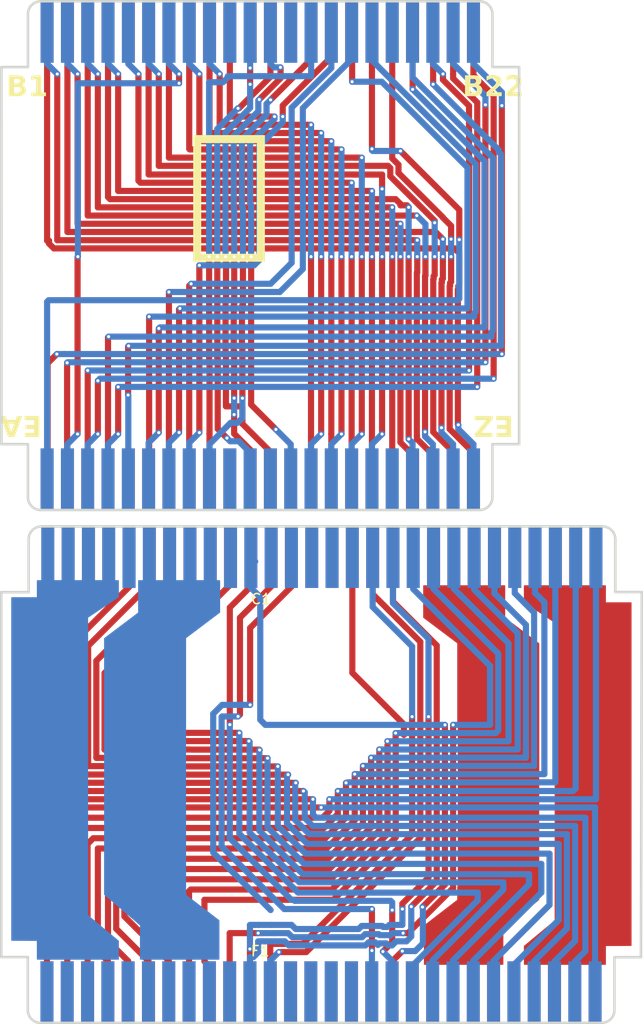
<source format=kicad_pcb>
(kicad_pcb (version 20241229) (generator "pcbnew") (generator_version "9.0")
  (layers (0 "F.Cu" signal) (2 "B.Cu" signal) (13 "F.Paste" user) (15 "B.Paste" user) (5 "F.SilkS" user "F.Silkscreen") (7 "B.SilkS" user "B.Silkscreen") (1 "F.Mask" user) (3 "B.Mask" user) (25 "Edge.Cuts" user))
  (net 0 "")
  (net 1 "/X22")
  (net 2 "/X21")
  (net 3 "/X37")
  (net 4 "/X12")
  (net 7 "/X23")
  (net 9 "/X18")
  (net 10 "/X36")
  (net 11 "/X31")
  (net 12 "/X42")
  (net 13 "/X1")
  (net 14 "/X41")
  (net 15 "/X39")
  (net 16 "/X9")
  (net 17 "/X19")
  (net 18 "/X43")
  (net 19 "/X44")
  (net 21 "/X3")
  (net 22 "/X28")
  (net 23 "/X24")
  (net 24 "/X34")
  (net 25 "/X14")
  (net 26 "/X38")
  (net 27 "/X20")
  (net 28 "/X40")
  (net 29 "/X30")
  (net 30 "/X10")
  (net 31 "/X4")
  (net 32 "/X6")
  (net 34 "/X33")
  (net 36 "/X17")
  (net 37 "/X25")
  (net 38 "/X29")
  (net 39 "/X2")
  (net 40 "/X15")
  (net 41 "/X8")
  (net 42 "/X16")
  (net 43 "/X7")
  (net 45 "/X26")
  (net 51 "/Y43")
  (net 53 "/L2")
  (net 54 "/Y1")
  (net 55 "/Y17")
  (net 56 "/Y4")
  (net 57 "/Y31")
  (net 58 "/Y40")
  (net 59 "/Y34")
  (net 60 "/Y10")
  (net 62 "/L1")
  (net 63 "/Y6")
  (net 64 "/Y33")
  (net 65 "/Y30")
  (net 67 "/Y15")
  (net 68 "/Y7")
  (net 69 "/Y9")
  (net 71 "/Y38")
  (net 72 "/Y39")
  (net 73 "/Y11")
  (net 74 "/Y44")
  (net 75 "/Y42")
  (net 76 "/Y12")
  (net 77 "/Y5")
  (net 79 "/Y29")
  (net 80 "/Y3")
  (net 81 "/Y32")
  (net 82 "/Y46")
  (net 83 "/Y16")
  (net 84 "/Y35")
  (net 85 "/Y18")
  (net 86 "/Y36")
  (net 87 "/Y13")
  (net 88 "/Y8")
  (net 89 "/Y45")
  (net 90 "/Y2")
  (net 91 "/Y14")
  (net 92 "/Y37")
  (footprint "Library:Edge2x22_3.95mm_bottom" (layer "F.Cu") (at 52.77 99.86)
    (property "Reference" "E1" (hide yes))
    (property "Value" "Conn_02x22_Top_Bottom")
    (fp_line (start -47.3 -2.5) (end -47.3 -12.83) (stroke (width 0.5)) (layer "Edge.Cuts"))
    (fp_line (start -44.8 0) (end 40.8 0) (stroke (width 0.5)) (layer "Edge.Cuts"))
    (fp_line (start 43.3 -2.5) (end 43.3 -12.83) (stroke (width 0.5)) (layer "Edge.Cuts"))
    (fp_arc (start -44.8 0) (mid -46.567767 -0.732233) (end -47.3 -2.5) (stroke (width 0.5)) (layer "Edge.Cuts"))
    (fp_arc (start 43.3 -2.5) (mid 42.567767 -0.732233) (end 40.8 0) (stroke (width 0.5)) (layer "Edge.Cuts"))
  )
  (footprint "Library:Edge2x22_3.95mm_top" (layer "F.Cu") (at 52.773 12.677)
    (property "Reference" "B1" (hide yes))
    (property "Value" "Conn_02x22_Top_Bottom" (hide yes))
    (fp_line (start -47.3 -9.5) (end -47.3 0.83) (stroke (width 0.5)) (layer "Edge.Cuts"))
    (fp_line (start -44.8 -12) (end 40.8 -12) (stroke (width 0.5)) (layer "Edge.Cuts"))
    (fp_line (start 43.3 -9.5) (end 43.3 0.83) (stroke (width 0.5)) (layer "Edge.Cuts"))
    (fp_arc (start -47.3 -9.5) (mid -46.567767 -11.267767) (end -44.8 -12) (stroke (width 0.5)) (layer "Edge.Cuts"))
    (fp_arc (start 40.8 -12) (mid 42.567767 -11.267767) (end 43.3 -9.5) (stroke (width 0.5)) (layer "Edge.Cuts"))
  )
  (footprint "Library:Edge2x28_3.95mm_top" (layer "F.Cu") (at 52.91 115.06)
    (property "Reference" "C1")
    (property "Value" "Conn_02x28_Top_Bottom")
    (fp_line (start -47.3 -9.5) (end -47.3 0.83) (stroke (width 0.5)) (layer "Edge.Cuts"))
    (fp_line (start -44.8 -12) (end 64.63 -12) (stroke (width 0.5)) (layer "Edge.Cuts"))
    (fp_line (start 67.13 -9.5) (end 67.13 0.8) (stroke (width 0.5)) (layer "Edge.Cuts"))
    (fp_arc (start -47.3 -9.5) (mid -46.567767 -11.267767) (end -44.8 -12) (stroke (width 0.5)) (layer "Edge.Cuts"))
    (fp_arc (start 64.63 -12) (mid 66.397767 -11.267767) (end 67.13 -9.5) (stroke (width 0.5)) (layer "Edge.Cuts"))
  )
  (footprint "Library:Edge2x28_3.95mm_bottom" (layer "F.Cu") (at 52.74 187.86)
    (property "Reference" "F1")
    (property "Value" "Conn_02x28_Top_Bottom")
    (fp_line (start -47.3 9.5) (end -47.3 -0.83) (stroke (width 0.5)) (layer "Edge.Cuts"))
    (fp_line (start -44.8 12) (end 64.63 12) (stroke (width 0.5)) (layer "Edge.Cuts"))
    (fp_line (start 67.13 9.5) (end 67.13 -0.8) (stroke (width 0.5)) (layer "Edge.Cuts"))
    (fp_arc (start -44.8 12) (mid -46.567767 11.267767) (end -47.3 9.5) (stroke (width 0.5)) (layer "Edge.Cuts"))
    (fp_arc (start 67.13 9.5) (mid 66.397767 11.267767) (end 64.63 12) (stroke (width 0.5)) (layer "Edge.Cuts"))
  )
  (gr_line (start 5.44 187.03) (end 0.27 187.03) (stroke (width 0.5)) (layer "Edge.Cuts"))
  (gr_line (start 96.073 13.507) (end 101.283 13.507) (stroke (width 0.5)) (layer "Edge.Cuts"))
  (gr_line (start 96.07 87.03) (end 101.28 87.03) (stroke (width 0.5)) (layer "Edge.Cuts"))
  (gr_line (start 5.473 13.507) (end 0.303 13.507) (stroke (width 0.5)) (layer "Edge.Cuts"))
  (gr_line (start 120.04 115.86) (end 125.21 115.86) (stroke (width 0.5)) (layer "Edge.Cuts"))
  (gr_line (start 5.61 115.89) (end 0.27 115.89) (stroke (width 0.5)) (layer "Edge.Cuts"))
  (gr_line (start 5.47 87.03) (end 0.3 87.03) (stroke (width 0.5)) (layer "Edge.Cuts"))
  (gr_line (start 0.303 13.507) (end 0.3 87.03) (stroke (width 0.5)) (layer "Edge.Cuts"))
  (gr_line (start 101.283 13.507) (end 101.28 87.03) (stroke (width 0.5)) (layer "Edge.Cuts"))
  (gr_line (start 119.87 187.06) (end 125.04 187.06) (stroke (width 0.5)) (layer "Edge.Cuts"))
  (gr_line (start 0.27 115.89) (end 0.27 187.03) (stroke (width 0.5)) (layer "Edge.Cuts"))
  (gr_line (start 125.21 115.86) (end 125.04 187.06) (stroke (width 0.5)) (layer "Edge.Cuts"))
  (gr_text "あ" (at 36.31 49.86 0) (layer "F.SilkS") (effects (font (size 20 20) (thickness 0.3) (bold yes)) (justify left bottom)))
  (gr_text "EA" (at 8.21 80.86 180) (layer "F.SilkS") (effects (font (size 4 4) (thickness 32) (bold yes)) (justify left bottom)))
  (gr_text "B1" (at 1.21 19.86 0) (layer "F.SilkS") (effects (font (size 4 4) (thickness 32) (bold yes)) (justify left bottom)))
  (gr_text "EZ" (at 100.21 80.86 180) (layer "F.SilkS") (effects (font (size 4 4) (thickness 32) (bold yes)) (justify left bottom)))
  (gr_text "B22" (at 90.21 19.86 0) (layer "F.SilkS") (effects (font (size 4 4) (thickness 32) (bold yes)) (justify left bottom)))
  (segment (start 89.61 47.159997) (end 89.61 41.34) (width 1.2) (layer "F.Cu") (net 1))
  (segment (start 89.61 41.34) (end 78.13 29.86) (width 1.2) (layer "F.Cu") (net 1))
  (segment (start 89.610003 47.16) (end 89.61 47.159997) (width 1.2) (layer "F.Cu") (net 1))
  (segment (start 72.573 29.46) (end 72.573 6.677) (width 1.2) (layer "F.Cu") (net 1))
  (via (at 89.610003 47.16) (size 1.2) (drill 0.6) (layers "F.Cu" "B.Cu") (net 1))
  (via (at 78.13 29.86) (size 1.2) (drill 0.6) (layers "F.Cu" "B.Cu") (net 1))
  (via (at 72.573 29.46) (size 1.2) (drill 0.6) (layers "F.Cu" "B.Cu") (net 1))
  (segment (start 89.31 58.96) (end 9.51 58.96) (width 1.2) (layer "B.Cu") (net 1))
  (segment (start 72.573 29.46) (end 72.573 29.723) (width 1.2) (layer "B.Cu") (net 1))
  (segment (start 72.71 29.86) (end 78.13 29.86) (width 1.2) (layer "B.Cu") (net 1))
  (segment (start 9.51 58.96) (end 9.21 59.26) (width 1.2) (layer "B.Cu") (net 1))
  (segment (start 89.610003 47.16) (end 89.610003 57.460003) (width 1.2) (layer "B.Cu") (net 1))
  (segment (start 72.573 29.723) (end 72.71 29.86) (width 1.2) (layer "B.Cu") (net 1))
  (segment (start 89.610003 57.460003) (end 89.61 57.460006) (width 1.2) (layer "B.Cu") (net 1))
  (segment (start 89.61 58.66) (end 89.31 58.96) (width 1.2) (layer "B.Cu") (net 1))
  (segment (start 9.21 59.26) (end 9.21 93.86) (width 1.2) (layer "B.Cu") (net 1))
  (segment (start 89.61 57.460006) (end 89.61 58.66) (width 1.2) (layer "B.Cu") (net 1))
  (segment (start 15.15 50.52) (end 15.15 85.05) (width 1.2) (layer "F.Cu") (net 2))
  (segment (start 15.15 85.05) (end 15.1455 85.0545) (width 1.2) (layer "F.Cu") (net 2))
  (segment (start 34.9485 16.66) (end 34.9485 14.8485) (width 1.2) (layer "F.Cu") (net 2))
  (segment (start 15.21 50.46) (end 15.15 50.52) (width 1.2) (layer "F.Cu") (net 2))
  (via (at 15.21 50.46) (size 1.2) (drill 0.6) (layers "F.Cu" "B.Cu") (net 2))
  (via (at 15.1455 85.0545) (size 1.2) (drill 0.6) (layers "F.Cu" "B.Cu") (net 2))
  (via (at 34.9485 16.66) (size 1.2) (drill 0.6) (layers "F.Cu" "B.Cu") (net 2))
  (via (at 34.9485 14.8485) (size 1.2) (drill 0.6) (layers "F.Cu" "B.Cu") (net 2))
  (segment (start 32.9715 6.6655) (end 32.9715 12.8715) (width 1.2) (layer "B.Cu") (net 2))
  (segment (start 32.9715 12.8715) (end 34.9485 14.8485) (width 1.2) (layer "B.Cu") (net 2))
  (segment (start 13.1685 87.0315) (end 15.1455 85.0545) (width 1.2) (layer "B.Cu") (net 2))
  (segment (start 13.1685 93.2375) (end 13.1685 87.0315) (width 1.2) (layer "B.Cu") (net 2))
  (segment (start 15.21 50.46) (end 15.21 16.66) (width 1.2) (layer "B.Cu") (net 2))
  (segment (start 15.21 16.66) (end 34.9485 16.66) (width 1.2) (layer "B.Cu") (net 2))
  (segment (start 38.91 27.957) (end 38.91 14.86) (width 1.2) (layer "F.Cu") (net 3))
  (segment (start 64.65 50.46) (end 64.65 85.04) (width 1.2) (layer "F.Cu") (net 3))
  (segment (start 38.91 14.86) (end 38.9085 14.8585) (width 1.2) (layer "F.Cu") (net 3))
  (segment (start 64.65 85.04) (end 64.647 85.043) (width 1.2) (layer "F.Cu") (net 3))
  (segment (start 38.9085 14.8585) (end 38.9085 14.8485) (width 1.2) (layer "F.Cu") (net 3))
  (segment (start 63.353 27.957) (end 38.91 27.957) (width 1.2) (layer "F.Cu") (net 3))
  (segment (start 63.354 27.958) (end 63.353 27.957) (width 1.2) (layer "F.Cu") (net 3))
  (segment (start 64.647 85.043) (end 64.65 85.046) (width 1.2) (layer "F.Cu") (net 3))
  (segment (start 64.65 27.958) (end 63.354 27.958) (width 1.2) (layer "F.Cu") (net 3))
  (segment (start 64.65 93.226) (end 64.65 85.046) (width 1.2) (layer "F.Cu") (net 3))
  (via (at 38.9085 14.8485) (size 1.2) (drill 0.6) (layers "F.Cu" "B.Cu") (net 3))
  (via (at 64.65 50.46) (size 1.2) (drill 0.6) (layers "F.Cu" "B.Cu") (net 3))
  (via (at 64.65 27.958) (size 1.2) (drill 0.6) (layers "F.Cu" "B.Cu") (net 3))
  (segment (start 64.65 27.958) (end 64.65 50.46) (width 1.2) (layer "B.Cu") (net 3))
  (segment (start 36.9315 6.6655) (end 36.9315 12.8715) (width 1.2) (layer "B.Cu") (net 3))
  (segment (start 36.9315 12.8715) (end 38.9085 14.8485) (width 1.2) (layer "B.Cu") (net 3))
  (segment (start 42.491 84.041) (end 42.491 70.276844) (width 1.2) (layer "F.Cu") (net 4))
  (segment (start 42.411 70.196844) (end 42.411 58.839) (width 1.2) (layer "F.Cu") (net 4))
  (segment (start 46.616 21.554) (end 52.773 15.397) (width 1.2) (layer "F.Cu") (net 4))
  (segment (start 52.773 15.397) (end 52.773 6.677) (width 1.2) (layer "F.Cu") (net 4))
  (segment (start 42.491 70.276844) (end 42.411 70.196844) (width 1.2) (layer "F.Cu") (net 4))
  (segment (start 42.411 58.839) (end 42.41 58.838) (width 1.2) (layer "F.Cu") (net 4))
  (segment (start 42.41 58.838) (end 42.410001 50.46) (width 1.2) (layer "F.Cu") (net 4))
  (segment (start 44.291371 85.841371) (end 42.491 84.041) (width 1.2) (layer "F.Cu") (net 4))
  (segment (start 46.45 21.554) (end 46.616 21.554) (width 1.2) (layer "F.Cu") (net 4))
  (via (at 44.291371 85.841371) (size 1.2) (drill 0.6) (layers "F.Cu" "B.Cu") (net 4))
  (via (at 46.45 21.554) (size 1.2) (drill 0.6) (layers "F.Cu" "B.Cu") (net 4))
  (via (at 42.410001 50.46) (size 1.2) (drill 0.6) (layers "F.Cu" "B.Cu") (net 4))
  (segment (start 44.91 86.46) (end 46.61 86.46) (width 1.2) (layer "B.Cu") (net 4))
  (segment (start 46.416 21.554) (end 46.45 21.554) (width 1.2) (layer "B.Cu") (net 4))
  (segment (start 42.410001 50.46) (end 42.41 50.459999) (width 1.2) (layer "B.Cu") (net 4))
  (segment (start 44.291371 85.841371) (end 44.91 86.46) (width 1.2) (layer "B.Cu") (net 4))
  (segment (start 48.8085 88.6585) (end 48.8085 93.2375) (width 1.2) (layer "B.Cu") (net 4))
  (segment (start 42.41 50.459999) (end 42.41 25.56) (width 1.2) (layer "B.Cu") (net 4))
  (segment (start 42.41 25.56) (end 46.416 21.554) (width 1.2) (layer "B.Cu") (net 4))
  (segment (start 46.61 86.46) (end 48.8085 88.6585) (width 1.2) (layer "B.Cu") (net 4))
  (segment (start 9.31 93.76) (end 9.21 93.86) (width 1.2) (layer "F.Cu") (net 7))
  (segment (start 11.11 69.46) (end 9.31 71.26) (width 1.2) (layer "F.Cu") (net 7))
  (segment (start 97.913 21.015) (end 97.913 67.194283) (width 1.2) (layer "F.Cu") (net 7))
  (segment (start 97.913 67.194283) (end 97.912 67.195283) (width 1.2) (layer "F.Cu") (net 7))
  (segment (start 9.31 71.26) (end 9.31 93.76) (width 1.2) (layer "F.Cu") (net 7))
  (segment (start 97.912 67.195283) (end 97.912 69.459999) (width 1.2) (layer "F.Cu") (net 7))
  (segment (start 97.912 21.014) (end 97.913 21.015) (width 1.2) (layer "F.Cu") (net 7))
  (via (at 97.912 21.014) (size 1.2) (drill 0.6) (layers "F.Cu" "B.Cu") (net 7))
  (via (at 11.11 69.46) (size 1.2) (drill 0.6) (layers "F.Cu" "B.Cu") (net 7))
  (via (at 97.912 69.459999) (size 1.2) (drill 0.6) (layers "F.Cu" "B.Cu") (net 7))
  (segment (start 15.802688 69.459) (end 12.546844 69.459) (width 1.2) (layer "B.Cu") (net 7))
  (segment (start 97.912 21.014) (end 97.912 18.412) (width 1.2) (layer "B.Cu") (net 7))
  (segment (start 97.912 18.412) (end 92.3715 12.8715) (width 1.2) (layer "B.Cu") (net 7))
  (segment (start 28.801688 69.458) (end 15.803688 69.458) (width 1.2) (layer "B.Cu") (net 7))
  (segment (start 82.394156 69.458) (end 81.057312 69.458) (width 1.2) (layer "B.Cu") (net 7))
  (segment (start 96.992156 69.459) (end 82.395156 69.459) (width 1.2) (layer "B.Cu") (net 7))
  (segment (start 15.803688 69.458) (end 15.802688 69.459) (width 1.2) (layer "B.Cu") (net 7))
  (segment (start 28.802688 69.457) (end 28.801688 69.458) (width 1.2) (layer "B.Cu") (net 7))
  (segment (start 92.3715 12.8715) (end 92.3715 6.6655) (width 1.2) (layer "B.Cu") (net 7))
  (segment (start 82.395156 69.459) (end 82.394156 69.458) (width 1.2) (layer "B.Cu") (net 7))
  (segment (start 81.056312 69.457) (end 28.802688 69.457) (width 1.2) (layer "B.Cu") (net 7))
  (segment (start 12.546844 69.459) (end 12.545844 69.46) (width 1.2) (layer "B.Cu") (net 7))
  (segment (start 96.993155 69.459999) (end 96.992156 69.459) (width 1.2) (layer "B.Cu") (net 7))
  (segment (start 97.912 69.459999) (end 96.993155 69.459999) (width 1.2) (layer "B.Cu") (net 7))
  (segment (start 81.057312 69.458) (end 81.056312 69.457) (width 1.2) (layer "B.Cu") (net 7))
  (segment (start 12.545844 69.46) (end 11.11 69.46) (width 1.2) (layer "B.Cu") (net 7))
  (segment (start 84.51 16.86) (end 84.51 6.734) (width 1.2) (layer "F.Cu") (net 9))
  (segment (start 25.01 67.958) (end 25.11 67.858) (width 1.2) (layer "F.Cu") (net 9))
  (segment (start 25.01 77.46) (end 25.01 67.958) (width 1.2) (layer "F.Cu") (net 9))
  (segment (start 84.51 6.734) (end 84.453 6.677) (width 1.2) (layer "F.Cu") (net 9))
  (via (at 25.01 77.46) (size 1.2) (drill 0.6) (layers "F.Cu" "B.Cu") (net 9))
  (via (at 84.51 16.86) (size 1.2) (drill 0.6) (layers "F.Cu" "B.Cu") (net 9))
  (via (at 25.11 67.858) (size 1.2) (drill 0.6) (layers "F.Cu" "B.Cu") (net 9))
  (segment (start 97.31 29.66) (end 84.51 16.86) (width 1.2) (layer "B.Cu") (net 9))
  (segment (start 25.11 67.858) (end 25.112 67.856) (width 1.2) (layer "B.Cu") (net 9))
  (segment (start 25.05 93.86) (end 25.05 77.5) (width 1.2) (layer "B.Cu") (net 9))
  (segment (start 25.112 67.856) (end 97.71 67.856) (width 1.2) (layer "B.Cu") (net 9))
  (segment (start 97.31 30.095844) (end 97.31 29.66) (width 1.2) (layer "B.Cu") (net 9))
  (segment (start 97.71 65.462999) (end 97.712 65.460999) (width 1.2) (layer "B.Cu") (net 9))
  (segment (start 97.71 67.856) (end 97.71 65.462999) (width 1.2) (layer "B.Cu") (net 9))
  (segment (start 25.05 77.5) (end 25.01 77.46) (width 1.2) (layer "B.Cu") (net 9))
  (segment (start 97.712 65.460999) (end 97.712 30.497844) (width 1.2) (layer "B.Cu") (net 9))
  (segment (start 97.712 30.497844) (end 97.31 30.095844) (width 1.2) (layer "B.Cu") (net 9))
  (segment (start 58.795 24.755) (end 42.8685 24.755) (width 1.2) (layer "F.Cu") (net 10))
  (segment (start 60.69 93.226) (end 60.69 50.46) (width 1.2) (layer "F.Cu") (net 10))
  (segment (start 58.796 24.756) (end 58.795 24.755) (width 1.2) (layer "F.Cu") (net 10))
  (segment (start 42.8685 24.755) (end 42.8685 14.8485) (width 1.2) (layer "F.Cu") (net 10))
  (segment (start 60.69 24.756) (end 58.796 24.756) (width 1.2) (layer "F.Cu") (net 10))
  (via (at 60.69 50.46) (size 1.2) (drill 0.6) (layers "F.Cu" "B.Cu") (net 10))
  (via (at 60.69 24.756) (size 1.2) (drill 0.6) (layers "F.Cu" "B.Cu") (net 10))
  (via (at 42.8685 14.8485) (size 1.2) (drill 0.6) (layers "F.Cu" "B.Cu") (net 10))
  (segment (start 40.8915 12.8715) (end 42.8685 14.8485) (width 1.2) (layer "B.Cu") (net 10))
  (segment (start 60.69 24.756) (end 60.69 50.46) (width 1.2) (layer "B.Cu") (net 10))
  (segment (start 40.8915 6.6655) (end 40.8915 12.8715) (width 1.2) (layer "B.Cu") (net 10))
  (segment (start 40.89 85.046) (end 40.89 93.226) (width 1.2) (layer "F.Cu") (net 11))
  (segment (start 40.89 85.04) (end 40.887 85.043) (width 1.2) (layer "F.Cu") (net 11))
  (segment (start 40.89 70.94) (end 40.89 85.04) (width 1.2) (layer "F.Cu") (net 11))
  (segment (start 40.81 70.86) (end 40.89 70.94) (width 1.2) (layer "F.Cu") (net 11))
  (segment (start 40.887 85.043) (end 40.89 85.046) (width 1.2) (layer "F.Cu") (net 11))
  (segment (start 40.81 50.46) (end 40.81 70.86) (width 1.2) (layer "F.Cu") (net 11))
  (via (at 40.81 50.46) (size 1.2) (drill 0.6) (layers "F.Cu" "B.Cu") (net 11))
  (segment (start 43.531656 16.4495) (end 44.4695 15.511656) (width 1.2) (layer "B.Cu") (net 11))
  (segment (start 60.71 15.278002) (end 60.71 12.89) (width 1.2) (layer "B.Cu") (net 11))
  (segment (start 40.81 50.46) (end 40.81 16.46) (width 1.2) (layer "B.Cu") (net 11))
  (segment (start 44.4695 15.511656) (end 44.4695 15.278002) (width 1.2) (layer "B.Cu") (net 11))
  (segment (start 42.205344 16.4495) (end 43.531656 16.4495) (width 1.2) (layer "B.Cu") (net 11))
  (segment (start 60.693 6.677) (end 60.693 11.742) (width 1.2) (layer "B.Cu") (net 11))
  (segment (start 60.6915 12.8715) (end 60.6915 6.6655) (width 1.2) (layer "B.Cu") (net 11))
  (segment (start 60.71 12.89) (end 60.6915 12.8715) (width 1.2) (layer "B.Cu") (net 11))
  (segment (start 40.81 16.46) (end 42.194844 16.46) (width 1.2) (layer "B.Cu") (net 11))
  (segment (start 44.4695 15.278002) (end 60.71 15.278002) (width 1.2) (layer "B.Cu") (net 11))
  (segment (start 42.194844 16.46) (end 42.205344 16.4495) (width 1.2) (layer "B.Cu") (net 11))
  (segment (start 81.342371 85.365473) (end 81.342371 85.992371) (width 1.2) (layer "F.Cu") (net 12))
  (segment (start 81.342371 85.992371) (end 84.45 89.1) (width 1.2) (layer "F.Cu") (net 12))
  (segment (start 84.45 89.1) (end 84.45 93.226) (width 1.2) (layer "F.Cu") (net 12))
  (segment (start 81.41 47.259) (end 11.19 47.259) (width 1.2) (layer "F.Cu") (net 12))
  (segment (start 81.41 53.5) (end 81.332003 53.577997) (width 1.2) (layer "F.Cu") (net 12))
  (segment (start 81.332003 53.577997) (end 81.332003 85.355105) (width 1.2) (layer "F.Cu") (net 12))
  (segment (start 11.19 47.259) (end 11.19 14.86) (width 1.2) (layer "F.Cu") (net 12))
  (segment (start 81.41 50.46) (end 81.41 53.5) (width 1.2) (layer "F.Cu") (net 12))
  (segment (start 81.332003 85.355105) (end 81.342371 85.365473) (width 1.2) (layer "F.Cu") (net 12))
  (via (at 11.19 14.86) (size 1.2) (drill 0.6) (layers "F.Cu" "B.Cu") (net 12))
  (via (at 81.41 47.259) (size 1.2) (drill 0.6) (layers "F.Cu" "B.Cu") (net 12))
  (via (at 81.41 50.46) (size 1.2) (drill 0.6) (layers "F.Cu" "B.Cu") (net 12))
  (segment (start 9.213 6.677) (end 9.213 12.883) (width 1.2) (layer "B.Cu") (net 12))
  (segment (start 9.213 12.883) (end 11.19 14.86) (width 1.2) (layer "B.Cu") (net 12))
  (segment (start 81.41 47.259) (end 81.41 50.46) (width 1.2) (layer "B.Cu") (net 12))
  (segment (start 88.71 48.895841) (end 88.71 48.86) (width 1.2) (layer "F.Cu") (net 13))
  (segment (start 65.314156 48.86) (end 65.313156 48.859) (width 1.2) (layer "F.Cu") (net 13))
  (segment (start 67.945844 48.86) (end 65.314156 48.86) (width 1.2) (layer "F.Cu") (net 13))
  (segment (start 78.793159 48.859) (end 77.466847 48.859) (width 1.2) (layer "F.Cu") (net 13))
  (segment (start 78.794159 48.86) (end 78.793159 48.859) (width 1.2) (layer "F.Cu") (net 13))
  (segment (start 52.106844 48.859) (end 52.105844 48.86) (width 1.2) (layer "F.Cu") (net 13))
  (segment (start 82.074156 48.86) (end 82.073156 48.859) (width 1.2) (layer "F.Cu") (net 13))
  (segment (start 53.434156 48.86) (end 53.433156 48.859) (width 1.2) (layer "F.Cu") (net 13))
  (segment (start 80.746844 48.859) (end 80.745844 48.86) (width 1.2) (layer "F.Cu") (net 13))
  (segment (start 10.526844 48.86) (end 9.589 47.922156) (width 1.2) (layer "F.Cu") (net 13))
  (segment (start 89.337003 56.893777) (end 89.415 56.81578) (width 1.2) (layer "F.Cu") (net 13))
  (segment (start 80.745844 48.86) (end 78.794159 48.86) (width 1.2) (layer "F.Cu") (net 13))
  (segment (start 88.673159 48.859) (end 87.346847 48.859) (width 1.2) (layer "F.Cu") (net 13))
  (segment (start 9.21 47.36) (end 9.21 14.86) (width 1.2) (layer "F.Cu") (net 13))
  (segment (start 41.474156 48.86) (end 41.473156 48.859) (width 1.2) (layer "F.Cu") (net 13))
  (segment (start 41.473156 48.859) (end 40.146844 48.859) (width 1.2) (layer "F.Cu") (net 13))
  (segment (start 65.313156 48.859) (end 63.986844 48.859) (width 1.2) (layer "F.Cu") (net 13))
  (segment (start 61.353156 48.859) (end 60.026844 48.859) (width 1.2) (layer "F.Cu") (net 13))
  (segment (start 40.146844 48.859) (end 40.145844 48.86) (width 1.2) (layer "F.Cu") (net 13))
  (segment (start 84.145844 48.86) (end 82.074156 48.86) (width 1.2) (layer "F.Cu") (net 13))
  (segment (start 52.105844 48.86) (end 41.474156 48.86) (width 1.2) (layer "F.Cu") (net 13))
  (segment (start 85.474156 48.86) (end 85.473156 48.859) (width 1.2) (layer "F.Cu") (net 13))
  (segment (start 77.193156 48.859) (end 75.866844 48.859) (width 1.2) (layer "F.Cu") (net 13))
  (segment (start 53.433156 48.859) (end 52.106844 48.859) (width 1.2) (layer "F.Cu") (net 13))
  (segment (start 69.274156 48.86) (end 69.273156 48.859) (width 1.2) (layer "F.Cu") (net 13))
  (segment (start 85.473156 48.859) (end 84.146844 48.859) (width 1.2) (layer "F.Cu") (net 13))
  (segment (start 9.589 47.36) (end 9.21 47.36) (width 1.2) (layer "F.Cu") (net 13))
  (segment (start 73.234156 48.86) (end 73.233156 48.859) (width 1.2) (layer "F.Cu") (net 13))
  (segment (start 40.145844 48.86) (end 10.526844 48.86) (width 1.2) (layer "F.Cu") (net 13))
  (segment (start 89.611003 49.796844) (end 88.71 48.895841) (width 1.2) (layer "F.Cu") (net 13))
  (segment (start 60.025844 48.86) (end 53.434156 48.86) (width 1.2) (layer "F.Cu") (net 13))
  (segment (start 87.346847 48.859) (end 87.345847 48.86) (width 1.2) (layer "F.Cu") (net 13))
  (segment (start 89.415 56.81578) (end 89.415 56.247468) (width 1.2) (layer "F.Cu") (net 13))
  (segment (start 69.273156 48.859) (end 67.946844 48.859) (width 1.2) (layer "F.Cu") (net 13))
  (segment (start 88.71 48.86) (end 88.674159 48.86) (width 1.2) (layer "F.Cu") (net 13))
  (segment (start 71.905844 48.86) (end 69.274156 48.86) (width 1.2) (layer "F.Cu") (net 13))
  (segment (start 73.233156 48.859) (end 71.906844 48.859) (width 1.2) (layer "F.Cu") (net 13))
  (segment (start 77.466847 48.859) (end 77.465847 48.86) (width 1.2) (layer "F.Cu") (net 13))
  (segment (start 77.194156 48.86) (end 77.193156 48.859) (width 1.2) (layer "F.Cu") (net 13))
  (segment (start 67.946844 48.859) (end 67.945844 48.86) (width 1.2) (layer "F.Cu") (net 13))
  (segment (start 87.345847 48.86) (end 85.474156 48.86) (width 1.2) (layer "F.Cu") (net 13))
  (segment (start 63.986844 48.859) (end 63.985844 48.86) (width 1.2) (layer "F.Cu") (net 13))
  (segment (start 60.026844 48.859) (end 60.025844 48.86) (width 1.2) (layer "F.Cu") (net 13))
  (segment (start 71.906844 48.859) (end 71.905844 48.86) (width 1.2) (layer "F.Cu") (net 13))
  (segment (start 89.415 56.247468) (end 89.611003 56.051465) (width 1.2) (layer "F.Cu") (net 13))
  (segment (start 63.985844 48.86) (end 61.354156 48.86) (width 1.2) (layer "F.Cu") (net 13))
  (segment (start 75.866844 48.859) (end 75.865844 48.86) (width 1.2) (layer "F.Cu") (net 13))
  (segment (start 77.465847 48.86) (end 77.194156 48.86) (width 1.2) (layer "F.Cu") (net 13))
  (segment (start 84.146844 48.859) (end 84.145844 48.86) (width 1.2) (layer "F.Cu") (net 13))
  (segment (start 9.213 6.677) (end 9.213 14.857) (width 1.2) (layer "F.Cu") (net 13))
  (segment (start 89.611003 56.051465) (end 89.611003 49.796844) (width 1.2) (layer "F.Cu") (net 13))
  (segment (start 9.589 47.922156) (end 9.589 47.36) (width 1.2) (layer "F.Cu") (net 13))
  (segment (start 75.865844 48.86) (end 73.234156 48.86) (width 1.2) (layer "F.Cu") (net 13))
  (segment (start 89.414 83.26) (end 89.337003 83.183003) (width 1.2) (layer "F.Cu") (net 13))
  (segment (start 89.337003 83.183003) (end 89.337003 56.893777) (width 1.2) (layer "F.Cu") (net 13))
  (segment (start 61.354156 48.86) (end 61.353156 48.859) (width 1.2) (layer "F.Cu") (net 13))
  (segment (start 82.073156 48.859) (end 80.746844 48.859) (width 1.2) (layer "F.Cu") (net 13))
  (segment (start 88.674159 48.86) (end 88.673159 48.859) (width 1.2) (layer "F.Cu") (net 13))
  (via (at 89.414 83.26) (size 1.2) (drill 0.6) (layers "F.Cu" "B.Cu") (net 13))
  (segment (start 89.414 84.077) (end 92.3685 87.0315) (width 1.2) (layer "B.Cu") (net 13))
  (segment (start 89.414 83.26) (end 89.414 84.077) (width 1.2) (layer "B.Cu") (net 13))
  (segment (start 92.3685 87.0315) (end 92.3685 93.2375) (width 1.2) (layer "B.Cu") (net 13))
  (segment (start 15.1485 15.142656) (end 15.1485 14.8485) (width 1.2) (layer "F.Cu") (net 14))
  (segment (start 78.129003 44.057) (end 15.15 44.057) (width 1.2) (layer "F.Cu") (net 14))
  (segment (start 80.49 89.04) (end 80.49 93.226) (width 1.2) (layer "F.Cu") (net 14))
  (segment (start 78.130003 86.680003) (end 80.49 89.04) (width 1.2) (layer "F.Cu") (net 14))
  (segment (start 15.15 44.057) (end 15.15 15.144156) (width 1.2) (layer "F.Cu") (net 14))
  (segment (start 78.130003 50.46) (end 78.130003 86.680003) (width 1.2) (layer "F.Cu") (net 14))
  (segment (start 78.130003 44.058) (end 78.129003 44.057) (width 1.2) (layer "F.Cu") (net 14))
  (segment (start 15.15 15.144156) (end 15.1485 15.142656) (width 1.2) (layer "F.Cu") (net 14))
  (via (at 15.1485 14.8485) (size 1.2) (drill 0.6) (layers "F.Cu" "B.Cu") (net 14))
  (via (at 78.130003 44.058) (size 1.2) (drill 0.6) (layers "F.Cu" "B.Cu") (net 14))
  (via (at 78.130003 50.46) (size 1.2) (drill 0.6) (layers "F.Cu" "B.Cu") (net 14))
  (segment (start 13.1715 12.8715) (end 15.1485 14.8485) (width 1.2) (layer "B.Cu") (net 14))
  (segment (start 78.130003 44.058) (end 78.130003 50.46) (width 1.2) (layer "B.Cu") (net 14))
  (segment (start 13.1715 6.6655) (end 13.1715 12.8715) (width 1.2) (layer "B.Cu") (net 14))
  (segment (start 72.57 37.654) (end 72.177 37.654) (width 1.2) (layer "F.Cu") (net 15))
  (segment (start 72.176 37.653) (end 23.0685 37.653) (width 1.2) (layer "F.Cu") (net 15))
  (segment (start 72.57 50.46) (end 72.57 93.86) (width 1.2) (layer "F.Cu") (net 15))
  (segment (start 72.177 37.654) (end 72.176 37.653) (width 1.2) (layer "F.Cu") (net 15))
  (segment (start 23.0685 37.653) (end 23.0685 14.8485) (width 1.2) (layer "F.Cu") (net 15))
  (via (at 72.57 37.654) (size 1.2) (drill 0.6) (layers "F.Cu" "B.Cu") (net 15))
  (via (at 72.57 50.46) (size 1.2) (drill 0.6) (layers "F.Cu" "B.Cu") (net 15))
  (via (at 23.0685 14.8485) (size 1.2) (drill 0.6) (layers "F.Cu" "B.Cu") (net 15))
  (segment (start 72.57 37.654) (end 72.57 50.46) (width 1.2) (layer "B.Cu") (net 15))
  (segment (start 21.0915 12.8715) (end 23.0685 14.8485) (width 1.2) (layer "B.Cu") (net 15))
  (segment (start 21.0915 6.6655) (end 21.0915 12.8715) (width 1.2) (layer "B.Cu") (net 15))
  (segment (start 62.67 26.357) (end 61.175 26.357) (width 1.2) (layer "F.Cu") (net 16))
  (segment (start 61.174 26.356) (end 40.89 26.356) (width 1.2) (layer "F.Cu") (net 16))
  (segment (start 40.893 14.857) (end 40.893 6.677) (width 1.2) (layer "F.Cu") (net 16))
  (segment (start 62.67 50.46) (end 62.67 85.05) (width 1.2) (layer "F.Cu") (net 16))
  (segment (start 62.67 85.05) (end 62.6655 85.0545) (width 1.2) (layer "F.Cu") (net 16))
  (segment (start 40.89 14.86) (end 40.893 14.857) (width 1.2) (layer "F.Cu") (net 16))
  (segment (start 61.175 26.357) (end 61.174 26.356) (width 1.2) (layer "F.Cu") (net 16))
  (segment (start 40.89 26.356) (end 40.89 14.86) (width 1.2) (layer "F.Cu") (net 16))
  (via (at 62.6655 85.0545) (size 1.2) (drill 0.6) (layers "F.Cu" "B.Cu") (net 16))
  (via (at 62.67 50.46) (size 1.2) (drill 0.6) (layers "F.Cu" "B.Cu") (net 16))
  (via (at 62.67 26.357) (size 1.2) (drill 0.6) (layers "F.Cu" "B.Cu") (net 16))
  (segment (start 62.67 26.357) (end 62.67 50.46) (width 1.2) (layer "B.Cu") (net 16))
  (segment (start 60.6885 87.0315) (end 62.6655 85.0545) (width 1.2) (layer "B.Cu") (net 16))
  (segment (start 60.6885 93.2375) (end 60.6885 87.0315) (width 1.2) (layer "B.Cu") (net 16))
  (segment (start 60.69 93.226) (end 60.69 88.161) (width 1.2) (layer "B.Cu") (net 16))
  (segment (start 88.413 15.705468) (end 88.413 14.857) (width 1.2) (layer "F.Cu") (net 17))
  (segment (start 88.413 6.677) (end 88.413 14.857) (width 1.2) (layer "F.Cu") (net 17))
  (segment (start 93.11 74.662) (end 93.111 74.661) (width 1.2) (layer "F.Cu") (net 17))
  (segment (start 93.111 74.661) (end 93.111 20.403468) (width 1.2) (layer "F.Cu") (net 17))
  (segment (start 23.07 75.86) (end 23.07 85.05) (width 1.2) (layer "F.Cu") (net 17))
  (segment (start 23.07 85.05) (end 23.0655 85.0545) (width 1.2) (layer "F.Cu") (net 17))
  (segment (start 93.111 20.403468) (end 88.413 15.705468) (width 1.2) (layer "F.Cu") (net 17))
  (segment (start 88.413 14.857) (end 88.41 14.86) (width 1.2) (layer "F.Cu") (net 17))
  (segment (start 93.11 75.86) (end 93.11 74.662) (width 1.2) (layer "F.Cu") (net 17))
  (via (at 23.07 75.86) (size 1.2) (drill 0.6) (layers "F.Cu" "B.Cu") (net 17))
  (via (at 93.11 75.86) (size 1.2) (drill 0.6) (layers "F.Cu" "B.Cu") (net 17))
  (via (at 23.0655 85.0545) (size 1.2) (drill 0.6) (layers "F.Cu" "B.Cu") (net 17))
  (segment (start 93.11 75.86) (end 23.07 75.86) (width 1.2) (layer "B.Cu") (net 17))
  (segment (start 21.0885 87.0315) (end 23.0655 85.0545) (width 1.2) (layer "B.Cu") (net 17))
  (segment (start 21.0885 93.2375) (end 21.0885 87.0315) (width 1.2) (layer "B.Cu") (net 17))
  (segment (start 30.99 32.76) (end 30.99 14.85) (width 1.2) (layer "F.Cu") (net 18))
  (segment (start 84.81 43.46) (end 76.151 34.801) (width 1.2) (layer "F.Cu") (net 18))
  (segment (start 84.81 50.46) (end 84.81 54.06) (width 1.2) (layer "F.Cu") (net 18))
  (segment (start 84.534003 54.904309) (end 84.534003 84.672003) (width 1.2) (layer "F.Cu") (net 18))
  (segment (start 84.81 54.06) (end 84.612 54.258) (width 1.2) (layer "F.Cu") (net 18))
  (segment (start 75.714156 32.76) (end 30.99 32.76) (width 1.2) (layer "F.Cu") (net 18))
  (segment (start 88.41 88.548) (end 88.41 93.86) (width 1.2) (layer "F.Cu") (net 18))
  (segment (start 84.612 54.258) (end 84.612 54.826312) (width 1.2) (layer "F.Cu") (net 18))
  (segment (start 84.612 54.826312) (end 84.534003 54.904309) (width 1.2) (layer "F.Cu") (net 18))
  (segment (start 84.534003 84.672003) (end 88.41 88.548) (width 1.2) (layer "F.Cu") (net 18))
  (segment (start 30.99 14.85) (end 30.9885 14.8485) (width 1.2) (layer "F.Cu") (net 18))
  (segment (start 76.151 34.801) (end 76.151 33.196844) (width 1.2) (layer "F.Cu") (net 18))
  (segment (start 84.81 43.86) (end 84.81 43.46) (width 1.2) (layer "F.Cu") (net 18))
  (segment (start 76.151 33.196844) (end 75.714156 32.76) (width 1.2) (layer "F.Cu") (net 18))
  (via (at 84.81 50.46) (size 1.2) (drill 0.6) (layers "F.Cu" "B.Cu") (net 18))
  (via (at 84.81 43.86) (size 1.2) (drill 0.6) (layers "F.Cu" "B.Cu") (net 18))
  (via (at 30.9885 14.8485) (size 1.2) (drill 0.6) (layers "F.Cu" "B.Cu") (net 18))
  (segment (start 29.0115 6.6655) (end 29.0115 12.8715) (width 1.2) (layer "B.Cu") (net 18))
  (segment (start 84.81 43.86) (end 84.81 50.46) (width 1.2) (layer "B.Cu") (net 18))
  (segment (start 29.0115 12.8715) (end 30.9885 14.8485) (width 1.2) (layer "B.Cu") (net 18))
  (segment (start 92.37 93.86) (end 92.37 88.72) (width 1.2) (layer "F.Cu") (net 19))
  (segment (start 77.752 32.533688) (end 76.53 31.311688) (width 1.2) (layer "F.Cu") (net 19))
  (segment (start 77.752 34.137844) (end 77.752 32.533688) (width 1.2) (layer "F.Cu") (net 19))
  (segment (start 88.01 44.46) (end 86.411 42.861) (width 1.2) (layer "F.Cu") (net 19))
  (segment (start 86.411 42.861) (end 86.411 42.796844) (width 1.2) (layer "F.Cu") (net 19))
  (segment (start 92.37 88.72) (end 87.736003 84.086003) (width 1.2) (layer "F.Cu") (net 19))
  (segment (start 87.814 55.584312) (end 88.010003 55.388309) (width 1.2) (layer "F.Cu") (net 19))
  (segment (start 87.814 56.152624) (end 87.814 55.584312) (width 1.2) (layer "F.Cu") (net 19))
  (segment (start 87.736003 56.230621) (end 87.814 56.152624) (width 1.2) (layer "F.Cu") (net 19))
  (segment (start 86.411 42.796844) (end 77.752 34.137844) (width 1.2) (layer "F.Cu") (net 19))
  (segment (start 76.53 31.311688) (end 76.53 6.68) (width 1.2) (layer "F.Cu") (net 19))
  (segment (start 76.53 6.68) (end 76.533 6.677) (width 1.2) (layer "F.Cu") (net 19))
  (segment (start 88.010003 55.388309) (end 88.010003 50.46) (width 1.2) (layer "F.Cu") (net 19))
  (segment (start 88.01 46.88) (end 88.01 44.46) (width 1.2) (layer "F.Cu") (net 19))
  (segment (start 87.736003 84.086003) (end 87.736003 56.230621) (width 1.2) (layer "F.Cu") (net 19))
  (via (at 88.010003 50.46) (size 1.2) (drill 0.6) (layers "F.Cu" "B.Cu") (net 19))
  (via (at 88.010003 47.06) (size 1.2) (drill 0.6) (layers "F.Cu" "B.Cu") (net 19))
  (segment (start 88.010003 47.06) (end 88.010003 50.46) (width 1.2) (layer "B.Cu") (net 19))
  (segment (start 17.133 6.677) (end 17.133 14.857) (width 1.2) (layer "F.Cu") (net 21))
  (segment (start 83.011 54.163156) (end 83.011 53.879) (width 1.2) (layer "F.Cu") (net 21))
  (segment (start 83.01 53.878) (end 83.01 50.46) (width 1.2) (layer "F.Cu") (net 21))
  (segment (start 81.331003 42.456) (end 17.13 42.456) (width 1.2) (layer "F.Cu") (net 21))
  (segment (start 82.933003 54.241153) (end 83.011 54.163156) (width 1.2) (layer "F.Cu") (net 21))
  (segment (start 17.13 42.456) (end 17.13 14.86) (width 1.2) (layer "F.Cu") (net 21))
  (segment (start 82.932003 84.628629) (end 82.933003 84.627629) (width 1.2) (layer "F.Cu") (net 21))
  (segment (start 83.011 53.879) (end 83.01 53.878) (width 1.2) (layer "F.Cu") (net 21))
  (segment (start 82.933003 84.627629) (end 82.933003 54.241153) (width 1.2) (layer "F.Cu") (net 21))
  (via (at 82.932003 84.628629) (size 1.2) (drill 0.6) (layers "F.Cu" "B.Cu") (net 21))
  (via (at 83.01 50.46) (size 1.2) (drill 0.6) (layers "F.Cu" "B.Cu") (net 21))
  (via (at 81.331003 42.456) (size 1.2) (drill 0.6) (layers "F.Cu" "B.Cu") (net 21))
  (segment (start 81.331003 42.456) (end 83.01 44.134997) (width 1.2) (layer "B.Cu") (net 21))
  (segment (start 83.01 44.134997) (end 83.01 50.46) (width 1.2) (layer "B.Cu") (net 21))
  (segment (start 84.4485 87.0315) (end 84.4485 93.2375) (width 1.2) (layer "B.Cu") (net 21))
  (segment (start 82.932003 85.515003) (end 84.4485 87.0315) (width 1.2) (layer "B.Cu") (net 21))
  (segment (start 82.932003 84.628629) (end 82.932003 85.515003) (width 1.2) (layer "B.Cu") (net 21))
  (segment (start 29.11 93.76) (end 29.11 62.16) (width 1.2) (layer "F.Cu") (net 22))
  (segment (start 29.01 93.86) (end 29.11 93.76) (width 1.2) (layer "F.Cu") (net 22))
  (via (at 29.11 62.16) (size 1.2) (drill 0.6) (layers "F.Cu" "B.Cu") (net 22))
  (segment (start 29.11 62.16) (end 34.445844 62.16) (width 1.2) (layer "B.Cu") (net 22))
  (segment (start 91.873156 62.161) (end 91.874156 62.16) (width 1.2) (layer "B.Cu") (net 22))
  (segment (start 72.573 12.187156) (end 72.573 6.677) (width 1.2) (layer "B.Cu") (net 22))
  (segment (start 92.51 61.524156) (end 92.811 61.223156) (width 1.2) (layer "B.Cu") (net 22))
  (segment (start 92.51 62.16) (end 92.51 61.524156) (width 1.2) (layer "B.Cu") (net 22))
  (segment (start 92.811 61.223156) (end 92.811 32.425156) (width 1.2) (layer "B.Cu") (net 22))
  (segment (start 92.811 32.425156) (end 72.573 12.187156) (width 1.2) (layer "B.Cu") (net 22))
  (segment (start 34.445844 62.16) (end 34.446844 62.161) (width 1.2) (layer "B.Cu") (net 22))
  (segment (start 34.446844 62.161) (end 91.873156 62.161) (width 1.2) (layer "B.Cu") (net 22))
  (segment (start 91.874156 62.16) (end 92.51 62.16) (width 1.2) (layer "B.Cu") (net 22))
  (segment (start 94.711 20.86) (end 94.711 71.06) (width 1.2) (layer "F.Cu") (net 23))
  (segment (start 13.11 71.16) (end 13.11 93.8) (width 1.2) (layer "F.Cu") (net 23))
  (segment (start 13.11 93.8) (end 13.17 93.86) (width 1.2) (layer "F.Cu") (net 23))
  (via (at 13.11 71.16) (size 1.2) (drill 0.6) (layers "F.Cu" "B.Cu") (net 23))
  (via (at 94.711 71.06) (size 1.2) (drill 0.6) (layers "F.Cu" "B.Cu") (net 23))
  (via (at 94.711 20.86) (size 1.2) (drill 0.6) (layers "F.Cu" "B.Cu") (net 23))
  (segment (start 94.711 71.06) (end 81.732 71.06) (width 1.2) (layer "B.Cu") (net 23))
  (segment (start 29.464844 71.059) (end 16.466844 71.059) (width 1.2) (layer "B.Cu") (net 23))
  (segment (start 29.465844 71.058) (end 29.464844 71.059) (width 1.2) (layer "B.Cu") (net 23))
  (segment (start 94.711 20.86) (end 94.711 19.171) (width 1.2) (layer "B.Cu") (net 23))
  (segment (start 81.731 71.059) (end 80.394156 71.059) (width 1.2) (layer "B.Cu") (net 23))
  (segment (start 81.732 71.06) (end 81.731 71.059) (width 1.2) (layer "B.Cu") (net 23))
  (segment (start 94.711 19.171) (end 88.4115 12.8715) (width 1.2) (layer "B.Cu") (net 23))
  (segment (start 80.393156 71.058) (end 29.465844 71.058) (width 1.2) (layer "B.Cu") (net 23))
  (segment (start 88.4115 12.8715) (end 88.4115 6.6655) (width 1.2) (layer "B.Cu") (net 23))
  (segment (start 13.21 71.06) (end 13.11 71.16) (width 1.2) (layer "B.Cu") (net 23))
  (segment (start 16.465844 71.06) (end 13.21 71.06) (width 1.2) (layer "B.Cu") (net 23))
  (segment (start 80.394156 71.059) (end 80.393156 71.058) (width 1.2) (layer "B.Cu") (net 23))
  (segment (start 16.466844 71.059) (end 16.465844 71.06) (width 1.2) (layer "B.Cu") (net 23))
  (segment (start 44.092 79.658) (end 47.108 79.658) (width 1.2) (layer "F.Cu") (net 24))
  (segment (start 47.31 79.86) (end 47.31 83.06) (width 1.2) (layer "F.Cu") (net 24))
  (segment (start 44.11 59.12) (end 44.012 59.218) (width 1.2) (layer "F.Cu") (net 24))
  (segment (start 44.092 69.613688) (end 44.092 79.658) (width 1.2) (layer "F.Cu") (net 24))
  (segment (start 44.012 59.218) (end 44.012 69.533688) (width 1.2) (layer "F.Cu") (net 24))
  (segment (start 47.31 83.06) (end 52.77 88.52) (width 1.2) (layer "F.Cu") (net 24))
  (segment (start 48.81 16.878002) (end 48.8115 16.876502) (width 1.2) (layer "F.Cu") (net 24))
  (segment (start 44.01 50.46) (end 44.11 50.56) (width 1.2) (layer "F.Cu") (net 24))
  (segment (start 52.77 88.52) (end 52.77 93.226) (width 1.2) (layer "F.Cu") (net 24))
  (segment (start 48.8115 16.876502) (end 48.8115 13.677002) (width 1.2) (layer "F.Cu") (net 24))
  (segment (start 44.012 69.533688) (end 44.092 69.613688) (width 1.2) (layer "F.Cu") (net 24))
  (segment (start 44.11 50.56) (end 44.11 59.12) (width 1.2) (layer "F.Cu") (net 24))
  (segment (start 47.108 79.658) (end 47.31 79.86) (width 1.2) (layer "F.Cu") (net 24))
  (via (at 48.8115 13.677002) (size 1.2) (drill 0.6) (layers "F.Cu" "B.Cu") (net 24))
  (via (at 44.01 50.46) (size 1.2) (drill 0.6) (layers "F.Cu" "B.Cu") (net 24))
  (via (at 48.81 16.878002) (size 1.2) (drill 0.6) (layers "F.Cu" "B.Cu") (net 24))
  (segment (start 44.01 26.26) (end 48.81 21.46) (width 1.2) (layer "B.Cu") (net 24))
  (segment (start 48.8115 13.677002) (end 48.8115 6.6655) (width 1.2) (layer "B.Cu") (net 24))
  (segment (start 48.81 21.46) (end 48.81 16.878002) (width 1.2) (layer "B.Cu") (net 24))
  (segment (start 44.01 50.46) (end 44.01 26.26) (width 1.2) (layer "B.Cu") (net 24))
  (segment (start 59.322 13.373485) (end 52.789248 19.906237) (width 1.2) (layer "F.Cu") (net 25))
  (segment (start 47.294 74.444) (end 47.294 68.287376) (width 1.2) (layer "F.Cu") (net 25))
  (segment (start 47.214 68.207376) (end 47.214 60.544312) (width 1.2) (layer "F.Cu") (net 25))
  (segment (start 47.302483 74.452483) (end 47.294 74.444) (width 1.2) (layer "F.Cu") (net 25))
  (segment (start 59.322 13.36) (end 59.322 13.373485) (width 1.2) (layer "F.Cu") (net 25))
  (segment (start 47.294 68.287376) (end 47.214 68.207376) (width 1.2) (layer "F.Cu") (net 25))
  (segment (start 60.693 11.989) (end 60.693 6.677) (width 1.2) (layer "F.Cu") (net 25))
  (segment (start 47.302483 78.069863) (end 47.302483 74.452483) (width 1.2) (layer "F.Cu") (net 25))
  (segment (start 47.41 59.78) (end 47.41 50.46) (width 1.2) (layer "F.Cu") (net 25))
  (segment (start 59.322 13.36) (end 60.693 11.989) (width 1.2) (layer "F.Cu") (net 25))
  (segment (start 47.312 59.878) (end 47.41 59.78) (width 1.2) (layer "F.Cu") (net 25))
  (segment (start 47.214 60.544312) (end 47.312 60.446312) (width 1.2) (layer "F.Cu") (net 25))
  (segment (start 47.312 60.446312) (end 47.312 59.878) (width 1.2) (layer "F.Cu") (net 25))
  (via (at 52.789248 19.906237) (size 1.2) (drill 0.6) (layers "F.Cu" "B.Cu") (net 25))
  (via (at 47.302483 78.069863) (size 1.2) (drill 0.6) (layers "F.Cu" "B.Cu") (net 25))
  (via (at 47.41 50.46) (size 1.2) (drill 0.6) (layers "F.Cu" "B.Cu") (net 25))
  (segment (start 47.293 78.079346) (end 47.293 81.921156) (width 1.2) (layer "B.Cu") (net 25))
  (segment (start 47.41 41.14) (end 47.311 41.041) (width 1.2) (layer "B.Cu") (net 25))
  (segment (start 52.012 20.683485) (end 52.789248 19.906237) (width 1.2) (layer "B.Cu") (net 25))
  (segment (start 47.311 41.041) (end 47.311 40.756844) (width 1.2) (layer "B.Cu") (net 25))
  (segment (start 47.212 40.657844) (end 47.212 27.586312) (width 1.2) (layer "B.Cu") (net 25))
  (segment (start 47.311 40.756844) (end 47.212 40.657844) (width 1.2) (layer "B.Cu") (net 25))
  (segment (start 47.212 27.586312) (end 52.012 22.786312) (width 1.2) (layer "B.Cu") (net 25))
  (segment (start 45.011 82.859) (end 42.8655 85.0045) (width 1.2) (layer "B.Cu") (net 25))
  (segment (start 40.8885 93.2375) (end 40.8885 87.0315) (width 1.2) (layer "B.Cu") (net 25))
  (segment (start 52.012 22.786312) (end 52.012 20.683485) (width 1.2) (layer "B.Cu") (net 25))
  (segment (start 47.293 81.921156) (end 46.355156 82.859) (width 1.2) (layer "B.Cu") (net 25))
  (segment (start 47.302483 78.069863) (end 47.293 78.079346) (width 1.2) (layer "B.Cu") (net 25))
  (segment (start 47.41 50.46) (end 47.41 41.14) (width 1.2) (layer "B.Cu") (net 25))
  (segment (start 40.8885 87.0315) (end 42.8655 85.0545) (width 1.2) (layer "B.Cu") (net 25))
  (segment (start 46.355156 82.859) (end 45.011 82.859) (width 1.2) (layer "B.Cu") (net 25))
  (segment (start 68.217 36.052) (end 27.424 36.052) (width 1.2) (layer "F.Cu") (net 26))
  (segment (start 27.424 36.052) (end 27.0285 35.6565) (width 1.2) (layer "F.Cu") (net 26))
  (segment (start 27.0285 35.6565) (end 27.0285 14.8485) (width 1.2) (layer "F.Cu") (net 26))
  (segment (start 68.61 36.053) (end 68.218 36.053) (width 1.2) (layer "F.Cu") (net 26))
  (segment (start 68.61 50.46) (end 68.61 93.226) (width 1.2) (layer "F.Cu") (net 26))
  (segment (start 68.218 36.053) (end 68.217 36.052) (width 1.2) (layer "F.Cu") (net 26))
  (via (at 68.61 36.053) (size 1.2) (drill 0.6) (layers "F.Cu" "B.Cu") (net 26))
  (via (at 27.0285 14.8485) (size 1.2) (drill 0.6) (layers "F.Cu" "B.Cu") (net 26))
  (via (at 68.61 50.46) (size 1.2) (drill 0.6) (layers "F.Cu" "B.Cu") (net 26))
  (segment (start 68.61 36.053) (end 68.61 50.46) (width 1.2) (layer "B.Cu") (net 26))
  (segment (start 25.0515 6.6655) (end 25.0515 12.8715) (width 1.2) (layer "B.Cu") (net 26))
  (segment (start 25.0515 12.8715) (end 27.0285 14.8485) (width 1.2) (layer "B.Cu") (net 26))
  (segment (start 19.11 85.05) (end 19.1055 85.0545) (width 1.2) (layer "F.Cu") (net 27))
  (segment (start 92.373 15.137156) (end 92.373 6.677) (width 1.2) (layer "F.Cu") (net 27))
  (segment (start 96.31 74.26) (end 96.31 71.67) (width 1.2) (layer "F.Cu") (net 27))
  (segment (start 96.31 71.67) (end 96.312 71.668) (width 1.2) (layer "F.Cu") (net 27))
  (segment (start 96.312 71.668) (end 96.312 19.076156) (width 1.2) (layer "F.Cu") (net 27))
  (segment (start 96.312 19.076156) (end 92.373 15.137156) (width 1.2) (layer "F.Cu") (net 27))
  (segment (start 19.11 74.66) (end 19.11 85.05) (width 1.2) (layer "F.Cu") (net 27))
  (via (at 19.1055 85.0545) (size 1.2) (drill 0.6) (layers "F.Cu" "B.Cu") (net 27))
  (via (at 19.11 74.66) (size 1.2) (drill 0.6) (layers "F.Cu" "B.Cu") (net 27))
  (via (at 96.31 74.26) (size 1.2) (drill 0.6) (layers "F.Cu" "B.Cu") (net 27))
  (segment (start 17.1285 87.0315) (end 19.1055 85.0545) (width 1.2) (layer "B.Cu") (net 27))
  (segment (start 17.1285 93.2375) (end 17.1285 87.0315) (width 1.2) (layer "B.Cu") (net 27))
  (segment (start 19.51 74.26) (end 19.11 74.66) (width 1.2) (layer "B.Cu") (net 27))
  (segment (start 96.31 74.26) (end 19.51 74.26) (width 1.2) (layer "B.Cu") (net 27))
  (segment (start 19.1085 40.855) (end 76.529 40.855) (width 1.2) (layer "F.Cu") (net 28))
  (segment (start 76.53 50.46) (end 76.53 93.86) (width 1.2) (layer "F.Cu") (net 28))
  (segment (start 76.529 40.855) (end 76.53 40.856) (width 1.2) (layer "F.Cu") (net 28))
  (segment (start 19.1085 14.8485) (end 19.1085 40.855) (width 1.2) (layer "F.Cu") (net 28))
  (via (at 19.1085 14.8485) (size 1.2) (drill 0.6) (layers "F.Cu" "B.Cu") (net 28))
  (via (at 76.53 50.46) (size 1.2) (drill 0.6) (layers "F.Cu" "B.Cu") (net 28))
  (via (at 76.53 40.856) (size 1.2) (drill 0.6) (layers "F.Cu" "B.Cu") (net 28))
  (segment (start 17.1315 12.8715) (end 19.1085 14.8485) (width 1.2) (layer "B.Cu") (net 28))
  (segment (start 76.53 40.856) (end 76.53 50.46) (width 1.2) (layer "B.Cu") (net 28))
  (segment (start 17.1315 6.6655) (end 17.1315 12.8715) (width 1.2) (layer "B.Cu") (net 28))
  (segment (start 37.307 55.759) (end 36.93 56.136) (width 1.2) (layer "F.Cu") (net 29))
  (segment (start 36.93 56.136) (end 36.93 93.86) (width 1.2) (layer "F.Cu") (net 29))
  (via (at 37.307 55.759) (size 1.2) (drill 0.6) (layers "F.Cu" "B.Cu") (net 29))
  (segment (start 56.91 21.427844) (end 64.653 13.684844) (width 1.2) (layer "B.Cu") (net 29))
  (segment (start 52.811 55.759) (end 56.91 51.66) (width 1.2) (layer "B.Cu") (net 29))
  (segment (start 37.307 55.759) (end 52.811 55.759) (width 1.2) (layer "B.Cu") (net 29))
  (segment (start 64.653 13.684844) (end 64.653 6.677) (width 1.2) (layer "B.Cu") (net 29))
  (segment (start 56.91 51.66) (end 56.91 21.427844) (width 1.2) (layer "B.Cu") (net 29))
  (segment (start 53.844 84.16) (end 49.01 79.326) (width 1.2) (layer "F.Cu") (net 30))
  (segment (start 44.85 23.154) (end 44.85 14.86) (width 1.2) (layer "F.Cu") (net 30))
  (segment (start 53.567942 23.154) (end 44.85 23.154) (width 1.2) (layer "F.Cu") (net 30))
  (segment (start 49.01 79.326) (end 49.01 50.46) (width 1.2) (layer "F.Cu") (net 30))
  (segment (start 44.853 14.857) (end 44.853 6.677) (width 1.2) (layer "F.Cu") (net 30))
  (segment (start 44.85 14.86) (end 44.853 14.857) (width 1.2) (layer "F.Cu") (net 30))
  (segment (start 53.568942 23.155) (end 53.567942 23.154) (width 1.2) (layer "F.Cu") (net 30))
  (via (at 53.568942 23.155) (size 1.2) (drill 0.6) (layers "F.Cu" "B.Cu") (net 30))
  (via (at 49.01 50.46) (size 1.2) (drill 0.6) (layers "F.Cu" "B.Cu") (net 30))
  (via (at 53.844 84.16) (size 1.2) (drill 0.6) (layers "F.Cu" "B.Cu") (net 30))
  (segment (start 48.813 28.357) (end 53.568942 23.601058) (width 1.2) (layer "B.Cu") (net 30))
  (segment (start 49.01 50.46) (end 49.01 40.762) (width 1.2) (layer "B.Cu") (net 30))
  (segment (start 49.011 40.761) (end 49.011 40.476844) (width 1.2) (layer "B.Cu") (net 30))
  (segment (start 48.912 40.093688) (end 48.813 39.994688) (width 1.2) (layer "B.Cu") (net 30))
  (segment (start 49.011 40.476844) (end 48.912 40.377844) (width 1.2) (layer "B.Cu") (net 30))
  (segment (start 56.727 87.043) (end 56.727 93.249) (width 1.2) (layer "B.Cu") (net 30))
  (segment (start 53.568942 23.601058) (end 53.568942 23.155) (width 1.2) (layer "B.Cu") (net 30))
  (segment (start 48.813 39.994688) (end 48.813 28.357) (width 1.2) (layer "B.Cu") (net 30))
  (segment (start 49.01 40.762) (end 49.011 40.761) (width 1.2) (layer "B.Cu") (net 30))
  (segment (start 48.912 40.377844) (end 48.912 40.093688) (width 1.2) (layer "B.Cu") (net 30))
  (segment (start 53.844 84.16) (end 56.727 87.043) (width 1.2) (layer "B.Cu") (net 30))
  (segment (start 79.741371 86.028629) (end 79.731003 86.018261) (width 1.2) (layer "F.Cu") (net 31))
  (segment (start 79.731003 53.198997) (end 79.730003 53.197997) (width 1.2) (layer "F.Cu") (net 31))
  (segment (start 78.131 40.192844) (end 77.192156 39.254) (width 1.2) (layer "F.Cu") (net 31))
  (segment (start 79.731003 40.777003) (end 79.414 40.46) (width 1.2) (layer "F.Cu") (net 31))
  (segment (start 21.093 38.857) (end 21.093 6.677) (width 1.2) (layer "F.Cu") (net 31))
  (segment (start 79.414 40.46) (end 78.131 40.46) (width 1.2) (layer "F.Cu") (net 31))
  (segment (start 79.730003 53.197997) (end 79.730003 50.46) (width 1.2) (layer "F.Cu") (net 31))
  (segment (start 77.192156 39.254) (end 21.49 39.254) (width 1.2) (layer "F.Cu") (net 31))
  (segment (start 21.49 39.254) (end 21.093 38.857) (width 1.2) (layer "F.Cu") (net 31))
  (segment (start 79.731003 40.856) (end 79.731003 40.777003) (width 1.2) (layer "F.Cu") (net 31))
  (segment (start 79.731003 86.018261) (end 79.731003 53.198997) (width 1.2) (layer "F.Cu") (net 31))
  (segment (start 78.131 40.46) (end 78.131 40.192844) (width 1.2) (layer "F.Cu") (net 31))
  (via (at 79.731003 40.856) (size 1.2) (drill 0.6) (layers "F.Cu" "B.Cu") (net 31))
  (via (at 79.730003 50.46) (size 1.2) (drill 0.6) (layers "F.Cu" "B.Cu") (net 31))
  (via (at 79.741371 86.028629) (size 1.2) (drill 0.6) (layers "F.Cu" "B.Cu") (net 31))
  (segment (start 79.741371 86.028629) (end 80.4885 86.775758) (width 1.2) (layer "B.Cu") (net 31))
  (segment (start 80.4885 86.775758) (end 80.4885 93.2375) (width 1.2) (layer "B.Cu") (net 31))
  (segment (start 79.730003 50.46) (end 79.730003 47.722003) (width 1.2) (layer "B.Cu") (net 31))
  (segment (start 79.731003 47.721003) (end 79.731003 40.856) (width 1.2) (layer "B.Cu") (net 31))
  (segment (start 79.730003 47.722003) (end 79.731003 47.721003) (width 1.2) (layer "B.Cu") (net 31))
  (segment (start 74.55 85.05) (end 74.5455 85.0545) (width 1.2) (layer "F.Cu") (net 32))
  (segment (start 29.01 34.451) (end 68.880156 34.451) (width 1.2) (layer "F.Cu") (net 32))
  (segment (start 68.880156 34.451) (end 68.881156 34.452) (width 1.2) (layer "F.Cu") (net 32))
  (segment (start 69.281156 34.46) (end 74.55 34.46) (width 1.2) (layer "F.Cu") (net 32))
  (segment (start 29.01 14.86) (end 29.01 34.451) (width 1.2) (layer "F.Cu") (net 32))
  (segment (start 29.013 14.857) (end 29.01 14.86) (width 1.2) (layer "F.Cu") (net 32))
  (segment (start 29.013 6.677) (end 29.013 14.857) (width 1.2) (layer "F.Cu") (net 32))
  (segment (start 68.881156 34.452) (end 69.273156 34.452) (width 1.2) (layer "F.Cu") (net 32))
  (segment (start 74.55 34.46) (end 74.55 37.26) (width 1.2) (layer "F.Cu") (net 32))
  (segment (start 74.55 50.46) (end 74.55 85.05) (width 1.2) (layer "F.Cu") (net 32))
  (segment (start 69.273156 34.452) (end 69.281156 34.46) (width 1.2) (layer "F.Cu") (net 32))
  (via (at 74.5455 85.0545) (size 1.2) (drill 0.6) (layers "F.Cu" "B.Cu") (net 32))
  (via (at 74.55 50.46) (size 1.2) (drill 0.6) (layers "F.Cu" "B.Cu") (net 32))
  (via (at 74.55 37.26) (size 1.2) (drill 0.6) (layers "F.Cu" "B.Cu") (net 32))
  (segment (start 72.5685 93.2375) (end 72.5685 87.0315) (width 1.2) (layer "B.Cu") (net 32))
  (segment (start 72.5685 87.0315) (end 74.5455 85.0545) (width 1.2) (layer "B.Cu") (net 32))
  (segment (start 74.55 37.26) (end 74.55 50.46) (width 1.2) (layer "B.Cu") (net 32))
  (segment (start 45.711 59.783156) (end 45.711 59.499) (width 1.2) (layer "F.Cu") (net 34))
  (segment (start 45.692 84.977844) (end 48.81 88.095844) (width 1.2) (layer "F.Cu") (net 34))
  (segment (start 45.71 59.498) (end 45.71 50.46) (width 1.2) (layer "F.Cu") (net 34))
  (segment (start 45.711 59.499) (end 45.71 59.498) (width 1.2) (layer "F.Cu") (net 34))
  (segment (start 48.81 88.095844) (end 48.81 93.86) (width 1.2) (layer "F.Cu") (net 34))
  (segment (start 45.693 75.243) (end 45.693 68.950532) (width 1.2) (layer "F.Cu") (net 34))
  (segment (start 45.692 81.258) (end 45.692 84.977844) (width 1.2) (layer "F.Cu") (net 34))
  (segment (start 45.692 78.058) (end 45.692 75.244) (width 1.2) (layer "F.Cu") (net 34))
  (segment (start 50.591371 19.841371) (end 54.75 15.682742) (width 1.2) (layer "F.Cu") (net 34))
  (segment (start 54.75 15.682742) (end 54.75 13.6) (width 1.2) (layer "F.Cu") (net 34))
  (segment (start 45.613 68.870532) (end 45.613 59.881156) (width 1.2) (layer "F.Cu") (net 34))
  (segment (start 45.613 59.881156) (end 45.711 59.783156) (width 1.2) (layer "F.Cu") (net 34))
  (segment (start 54.75 13.6) (end 54.71 13.56) (width 1.2) (layer "F.Cu") (net 34))
  (segment (start 45.692 75.244) (end 45.693 75.243) (width 1.2) (layer "F.Cu") (net 34))
  (segment (start 45.693 68.950532) (end 45.613 68.870532) (width 1.2) (layer "F.Cu") (net 34))
  (via (at 45.71 50.46) (size 1.2) (drill 0.6) (layers "F.Cu" "B.Cu") (net 34))
  (via (at 50.591371 19.841371) (size 1.2) (drill 0.6) (layers "F.Cu" "B.Cu") (net 34))
  (via (at 45.692 81.258) (size 1.2) (drill 0.6) (layers "F.Cu" "B.Cu") (net 34))
  (via (at 54.71 13.56) (size 1.2) (drill 0.6) (layers "F.Cu" "B.Cu") (net 34))
  (via (at 45.692 78.058) (size 1.2) (drill 0.6) (layers "F.Cu" "B.Cu") (net 34))
  (segment (start 50.411 20.021742) (end 50.591371 19.841371) (width 1.2) (layer "B.Cu") (net 34))
  (segment (start 45.611 41.321) (end 45.611 26.923156) (width 1.2) (layer "B.Cu") (net 34))
  (segment (start 53.46 13.56) (end 52.7715 12.8715) (width 1.2) (layer "B.Cu") (net 34))
  (segment (start 45.71 50.46) (end 45.71 41.42) (width 1.2) (layer "B.Cu") (net 34))
  (segment (start 45.611 26.923156) (end 50.411 22.123156) (width 1.2) (layer "B.Cu") (net 34))
  (segment (start 45.71 41.42) (end 45.611 41.321) (width 1.2) (layer "B.Cu") (net 34))
  (segment (start 45.692 81.258) (end 45.692 78.058) (width 1.2) (layer "B.Cu") (net 34))
  (segment (start 54.71 13.56) (end 53.46 13.56) (width 1.2) (layer "B.Cu") (net 34))
  (segment (start 52.7715 12.8715) (end 52.7715 6.6655) (width 1.2) (layer "B.Cu") (net 34))
  (segment (start 50.411 22.123156) (end 50.411 20.021742) (width 1.2) (layer "B.Cu") (net 34))
  (segment (start 80.51 6.694) (end 80.493 6.677) (width 1.2) (layer "F.Cu") (net 36))
  (segment (start 80.51 17.86) (end 80.51 6.694) (width 1.2) (layer "F.Cu") (net 36))
  (segment (start 30.987 84.78) (end 30.987 64.483) (width 1.2) (layer "F.Cu") (net 36))
  (segment (start 30.987 64.483) (end 31.01 64.46) (width 1.2) (layer "F.Cu") (net 36))
  (via (at 30.987 84.78) (size 1.2) (drill 0.6) (layers "F.Cu" "B.Cu") (net 36))
  (via (at 80.51 17.86) (size 1.2) (drill 0.6) (layers "F.Cu" "B.Cu") (net 36))
  (via (at 31.01 64.46) (size 1.2) (drill 0.6) (layers "F.Cu" "B.Cu") (net 36))
  (segment (start 29.01 86.757) (end 30.987 84.78) (width 1.2) (layer "B.Cu") (net 36))
  (segment (start 94.51 31.824156) (end 80.477922 17.792078) (width 1.2) (layer "B.Cu") (net 36))
  (segment (start 29.01 92.963) (end 29.01 86.757) (width 1.2) (layer "B.Cu") (net 36))
  (segment (start 80.477922 17.792078) (end 80.51 17.824156) (width 1.2) (layer "B.Cu") (net 36))
  (segment (start 80.51 17.824156) (end 80.51 17.86) (width 1.2) (layer "B.Cu") (net 36))
  (segment (start 31.21 64.26) (end 94.51 64.26) (width 1.2) (layer "B.Cu") (net 36))
  (segment (start 94.51 64.26) (end 94.51 31.824156) (width 1.2) (layer "B.Cu") (net 36))
  (segment (start 31.01 64.46) (end 31.21 64.26) (width 1.2) (layer "B.Cu") (net 36))
  (segment (start 91.51 72.66) (end 91.51 21.066624) (width 1.2) (layer "F.Cu") (net 37))
  (segment (start 17.13 72.66) (end 17.13 93.86) (width 1.2) (layer "F.Cu") (net 37))
  (segment (start 91.51 21.066624) (end 86.4285 15.985124) (width 1.2) (layer "F.Cu") (net 37))
  (segment (start 86.4285 15.985124) (end 86.4285 14.8485) (width 1.2) (layer "F.Cu") (net 37))
  (via (at 91.51 72.66) (size 1.2) (drill 0.6) (layers "F.Cu" "B.Cu") (net 37))
  (via (at 17.13 72.66) (size 1.2) (drill 0.6) (layers "F.Cu" "B.Cu") (net 37))
  (via (at 86.4285 14.8485) (size 1.2) (drill 0.6) (layers "F.Cu" "B.Cu") (net 37))
  (segment (start 91.51 72.66) (end 79.731 72.66) (width 1.2) (layer "B.Cu") (net 37))
  (segment (start 79.73 72.659) (end 30.129 72.659) (width 1.2) (layer "B.Cu") (net 37))
  (segment (start 79.731 72.66) (end 79.73 72.659) (width 1.2) (layer "B.Cu") (net 37))
  (segment (start 84.4515 6.6655) (end 84.4515 12.8715) (width 1.2) (layer "B.Cu") (net 37))
  (segment (start 30.129 72.659) (end 30.128 72.66) (width 1.2) (layer "B.Cu") (net 37))
  (segment (start 30.128 72.66) (end 17.13 72.66) (width 1.2) (layer "B.Cu") (net 37))
  (segment (start 84.4515 12.8715) (end 86.4285 14.8485) (width 1.2) (layer "B.Cu") (net 37))
  (segment (start 32.97 57.36) (end 32.97 93.86) (width 1.2) (layer "F.Cu") (net 38))
  (via (at 32.97 57.36) (size 1.2) (drill 0.6) (layers "F.Cu" "B.Cu") (net 38))
  (segment (start 36.808 57.36) (end 36.809 57.359) (width 1.2) (layer "B.Cu") (net 38))
  (segment (start 32.97 57.36) (end 36.808 57.36) (width 1.2) (layer "B.Cu") (net 38))
  (segment (start 59.089 21.513) (end 68.613 11.989) (width 1.2) (layer "B.Cu") (net 38))
  (segment (start 68.613 11.989) (end 68.613 6.677) (width 1.2) (layer "B.Cu") (net 38))
  (segment (start 54.611 57.359) (end 59.089 52.881) (width 1.2) (layer "B.Cu") (net 38))
  (segment (start 59.089 52.881) (end 59.089 21.513) (width 1.2) (layer "B.Cu") (net 38))
  (segment (start 36.809 57.359) (end 54.611 57.359) (width 1.2) (layer "B.Cu") (net 38))
  (segment (start 13.173 45.658) (end 13.173 6.677) (width 1.2) (layer "F.Cu") (net 39))
  (segment (start 86.410003 51.459997) (end 86.410003 50.46) (width 1.2) (layer "F.Cu") (net 39))
  (segment (start 86.213 54.921156) (end 86.41 54.724156) (width 1.2) (layer "F.Cu") (net 39))
  (segment (start 86.41 51.46) (end 86.410003 51.459997) (width 1.2) (layer "F.Cu") (net 39))
  (segment (start 86.213 55.489468) (end 86.213 54.921156) (width 1.2) (layer "F.Cu") (net 39))
  (segment (start 86.134003 83.822629) (end 86.135003 83.821629) (width 1.2) (layer "F.Cu") (net 39))
  (segment (start 86.135003 55.567465) (end 86.213 55.489468) (width 1.2) (layer "F.Cu") (net 39))
  (segment (start 86.41 54.724156) (end 86.41 51.46) (width 1.2) (layer "F.Cu") (net 39))
  (segment (start 85.008 45.658) (end 13.173 45.658) (width 1.2) (layer "F.Cu") (net 39))
  (segment (start 86.135003 83.821629) (end 86.135003 55.567465) (width 1.2) (layer "F.Cu") (net 39))
  (segment (start 86.41 47.06) (end 85.008 45.658) (width 1.2) (layer "F.Cu") (net 39))
  (via (at 86.134003 83.822629) (size 1.2) (drill 0.6) (layers "F.Cu" "B.Cu") (net 39))
  (via (at 86.410003 50.46) (size 1.2) (drill 0.6) (layers "F.Cu" "B.Cu") (net 39))
  (via (at 86.41 47.06) (size 1.2) (drill 0.6) (layers "F.Cu" "B.Cu") (net 39))
  (segment (start 86.41 47.06) (end 86.410003 47.060003) (width 1.2) (layer "B.Cu") (net 39))
  (segment (start 86.134003 83.822629) (end 86.134003 84.757003) (width 1.2) (layer "B.Cu") (net 39))
  (segment (start 86.134003 84.757003) (end 88.4085 87.0315) (width 1.2) (layer "B.Cu") (net 39))
  (segment (start 88.4085 87.0315) (end 88.4085 93.2375) (width 1.2) (layer "B.Cu") (net 39))
  (segment (start 86.410003 47.060003) (end 86.410003 50.46) (width 1.2) (layer "B.Cu") (net 39))
  (segment (start 55.169942 23.155) (end 55.169942 21.000058) (width 1.2) (layer "F.Cu") (net 40))
  (segment (start 38.907 52.16) (end 38.91 52.16) (width 1.2) (layer "F.Cu") (net 40))
  (segment (start 64.653 11.517) (end 64.653 6.677) (width 1.2) (layer "F.Cu") (net 40))
  (segment (start 38.907 84.78) (end 38.907 52.16) (width 1.2) (layer "F.Cu") (net 40))
  (segment (start 55.169942 21.000058) (end 64.653 11.517) (width 1.2) (layer "F.Cu") (net 40))
  (via (at 55.169942 23.155) (size 1.2) (drill 0.6) (layers "F.Cu" "B.Cu") (net 40))
  (via (at 38.91 52.16) (size 1.2) (drill 0.6) (layers "F.Cu" "B.Cu") (net 40))
  (via (at 38.907 84.78) (size 1.2) (drill 0.6) (layers "F.Cu" "B.Cu") (net 40))
  (segment (start 38.91 52.16) (end 49.574156 52.16) (width 1.2) (layer "B.Cu") (net 40))
  (segment (start 50.612 28.822156) (end 55.169942 24.264214) (width 1.2) (layer "B.Cu") (net 40))
  (segment (start 36.93 92.963) (end 36.93 86.757) (width 1.2) (layer "B.Cu") (net 40))
  (segment (start 50.612 51.122156) (end 50.612 28.822156) (width 1.2) (layer "B.Cu") (net 40))
  (segment (start 36.93 86.757) (end 38.907 84.78) (width 1.2) (layer "B.Cu") (net 40))
  (segment (start 49.574156 52.16) (end 50.612 51.122156) (width 1.2) (layer "B.Cu") (net 40))
  (segment (start 55.169942 24.264214) (end 55.169942 23.155) (width 1.2) (layer "B.Cu") (net 40))
  (segment (start 66.63 50.46) (end 66.63 85.05) (width 1.2) (layer "F.Cu") (net 41))
  (segment (start 65.332 29.558) (end 37.031 29.558) (width 1.2) (layer "F.Cu") (net 41))
  (segment (start 65.333 29.559) (end 65.332 29.558) (width 1.2) (layer "F.Cu") (net 41))
  (segment (start 66.63 29.559) (end 65.333 29.559) (width 1.2) (layer "F.Cu") (net 41))
  (segment (start 37.031 29.558) (end 36.933 29.46) (width 1.2) (layer "F.Cu") (net 41))
  (segment (start 66.63 85.05) (end 66.6255 85.0545) (width 1.2) (layer "F.Cu") (net 41))
  (segment (start 36.933 29.46) (end 36.933 6.677) (width 1.2) (layer "F.Cu") (net 41))
  (via (at 66.6255 85.0545) (size 1.2) (drill 0.6) (layers "F.Cu" "B.Cu") (net 41))
  (via (at 66.63 50.46) (size 1.2) (drill 0.6) (layers "F.Cu" "B.Cu") (net 41))
  (via (at 66.63 29.559) (size 1.2) (drill 0.6) (layers "F.Cu" "B.Cu") (net 41))
  (segment (start 66.63 29.559) (end 66.63 50.46) (width 1.2) (layer "B.Cu") (net 41))
  (segment (start 64.6485 87.0315) (end 66.6255 85.0545) (width 1.2) (layer "B.Cu") (net 41))
  (segment (start 64.6485 93.2375) (end 64.6485 87.0315) (width 1.2) (layer "B.Cu") (net 41))
  (segment (start 34.947 84.76) (end 34.947 60.723) (width 1.2) (layer "F.Cu") (net 42))
  (segment (start 68.71 16.36) (end 68.71 6.774) (width 1.2) (layer "F.Cu") (net 42))
  (segment (start 34.947 60.723) (end 35.11 60.56) (width 1.2) (layer "F.Cu") (net 42))
  (segment (start 68.71 6.774) (end 68.613 6.677) (width 1.2) (layer "F.Cu") (net 42))
  (via (at 34.947 84.76) (size 1.2) (drill 0.6) (layers "F.Cu" "B.Cu") (net 42))
  (via (at 35.11 60.56) (size 1.2) (drill 0.6) (layers "F.Cu" "B.Cu") (net 42))
  (via (at 68.71 16.36) (size 1.2) (drill 0.6) (layers "F.Cu" "B.Cu") (net 42))
  (segment (start 91.21 33.088312) (end 74.481688 16.36) (width 1.2) (layer "B.Cu") (net 42))
  (segment (start 32.97 86.757) (end 34.947 84.78) (width 1.2) (layer "B.Cu") (net 42))
  (segment (start 91.21 60.56) (end 91.21 33.088312) (width 1.2) (layer "B.Cu") (net 42))
  (segment (start 32.97 86.757) (end 32.97 93.86) (width 1.2) (layer "B.Cu") (net 42))
  (segment (start 35.11 60.56) (end 91.21 60.56) (width 1.2) (layer "B.Cu") (net 42))
  (segment (start 74.481688 16.36) (end 68.71 16.36) (width 1.2) (layer "B.Cu") (net 42))
  (segment (start 70.59 31.16) (end 69.292 31.16) (width 1.2) (layer "F.Cu") (net 43))
  (segment (start 70.59 50.46) (end 70.59 85.05) (width 1.2) (layer "F.Cu") (net 43))
  (segment (start 69.291 31.159) (end 32.97 31.159) (width 1.2) (layer "F.Cu") (net 43))
  (segment (start 69.292 31.16) (end 69.291 31.159) (width 1.2) (layer "F.Cu") (net 43))
  (segment (start 32.973 14.857) (end 32.973 6.677) (width 1.2) (layer "F.Cu") (net 43))
  (segment (start 70.59 85.05) (end 70.5855 85.0545) (width 1.2) (layer "F.Cu") (net 43))
  (segment (start 32.97 14.86) (end 32.973 14.857) (width 1.2) (layer "F.Cu") (net 43))
  (segment (start 32.97 31.159) (end 32.97 14.86) (width 1.2) (layer "F.Cu") (net 43))
  (via (at 70.59 50.46) (size 1.2) (drill 0.6) (layers "F.Cu" "B.Cu") (net 43))
  (via (at 70.5855 85.0545) (size 1.2) (drill 0.6) (layers "F.Cu" "B.Cu") (net 43))
  (via (at 70.59 31.16) (size 1.2) (drill 0.6) (layers "F.Cu" "B.Cu") (net 43))
  (segment (start 68.6085 87.0315) (end 70.5855 85.0545) (width 1.2) (layer "B.Cu") (net 43))
  (segment (start 68.6085 93.2375) (end 68.6085 87.0315) (width 1.2) (layer "B.Cu") (net 43))
  (segment (start 70.59 31.16) (end 70.59 50.46) (width 1.2) (layer "B.Cu") (net 43))
  (segment (start 21.09 66.18) (end 21.21 66.06) (width 1.2) (layer "F.Cu") (net 45))
  (segment (start 21.09 93.86) (end 21.09 66.18) (width 1.2) (layer "F.Cu") (net 45))
  (via (at 21.21 66.06) (size 1.2) (drill 0.6) (layers "F.Cu" "B.Cu") (net 45))
  (segment (start 31.673156 66.061) (end 31.674156 66.06) (width 1.2) (layer "B.Cu") (net 45))
  (segment (start 21.21 66.06) (end 30.345844 66.06) (width 1.2) (layer "B.Cu") (net 45))
  (segment (start 30.345844 66.06) (end 30.346844 66.061) (width 1.2) (layer "B.Cu") (net 45))
  (segment (start 80.493 15.543) (end 80.493 6.677) (width 1.2) (layer "B.Cu") (net 45))
  (segment (start 95.91 65.124156) (end 96.111 64.923156) (width 1.2) (layer "B.Cu") (net 45))
  (segment (start 30.346844 66.061) (end 31.673156 66.061) (width 1.2) (layer "B.Cu") (net 45))
  (segment (start 96.111 31.161) (end 80.493 15.543) (width 1.2) (layer "B.Cu") (net 45))
  (segment (start 95.91 66.06) (end 95.91 65.124156) (width 1.2) (layer "B.Cu") (net 45))
  (segment (start 31.674156 66.06) (end 95.91 66.06) (width 1.2) (layer "B.Cu") (net 45))
  (segment (start 96.111 64.923156) (end 96.111 31.161) (width 1.2) (layer "B.Cu") (net 45))
  (segment (start 9.21 109.2) (end 9.21 157.86) (width 1.2) (layer "F.Cu") (net 54))
  (segment (start 9.35 109.06) (end 9.21 109.2) (width 1.2) (layer "F.Cu") (net 54))
  (segment (start 9.21 157.86) (end 62.67 157.86) (width 1.2) (layer "F.Cu") (net 54))
  (via (at 62.67 157.86) (size 1.2) (drill 0.6) (layers "F.Cu" "B.Cu") (net 54))
  (segment (start 116.1 157.89) (end 116.1 193.86) (width 1.2) (layer "B.Cu") (net 54))
  (segment (start 116.13 157.86) (end 116.1 157.89) (width 1.2) (layer "B.Cu") (net 54))
  (segment (start 62.67 157.86) (end 116.13 157.86) (width 1.2) (layer "B.Cu") (net 54))
  (segment (start 54.41 186.06) (end 59.75 186.06) (width 1.2) (layer "F.Cu") (net 55))
  (segment (start 72.71 116.26) (end 72.71 109.06) (width 1.2) (layer "F.Cu") (net 55))
  (segment (start 59.75 186.06) (end 82.007 163.803) (width 1.2) (layer "F.Cu") (net 55))
  (segment (start 82.007 125.557) (end 72.71 116.26) (width 1.2) (layer "F.Cu") (net 55))
  (segment (start 82.007 163.803) (end 82.007 125.557) (width 1.2) (layer "F.Cu") (net 55))
  (via (at 54.41 186.06) (size 1.2) (drill 0.6) (layers "F.Cu" "B.Cu") (net 55))
  (segment (start 54.41 186.06) (end 52.74 187.73) (width 1.2) (layer "B.Cu") (net 55))
  (segment (start 52.74 187.73) (end 52.74 193.86) (width 1.2) (layer "B.Cu") (net 55))
  (segment (start 21.23 113.806156) (end 14.013 121.023156) (width 1.2) (layer "F.Cu") (net 56))
  (segment (start 14.013 121.023156) (end 14.013 153.057) (width 1.2) (layer "F.Cu") (net 56))
  (segment (start 14.013 153.057) (end 14.03 153.04) (width 1.2) (layer "F.Cu") (net 56))
  (segment (start 57.709 153.058) (end 57.71 153.059) (width 1.2) (layer "F.Cu") (net 56))
  (segment (start 21.21 153.058) (end 57.709 153.058) (width 1.2) (layer "F.Cu") (net 56))
  (segment (start 21.23 109.06) (end 21.23 113.806156) (width 1.2) (layer "F.Cu") (net 56))
  (segment (start 14.03 153.04) (end 21.146 153.04) (width 1.2) (layer "F.Cu") (net 56))
  (via (at 57.71 153.059) (size 1.2) (drill 0.6) (layers "F.Cu" "B.Cu") (net 56))
  (segment (start 104.21 187.86) (end 110.609 181.461) (width 1.2) (layer "B.Cu") (net 56))
  (segment (start 60.353688 163.062) (end 57.609 160.317312) (width 1.2) (layer "B.Cu") (net 56))
  (segment (start 57.609 160.317312) (end 57.609 153.16) (width 1.2) (layer "B.Cu") (net 56))
  (segment (start 57.609 153.16) (end 57.71 153.059) (width 1.2) (layer "B.Cu") (net 56))
  (segment (start 104.21 193.86) (end 104.21 187.86) (width 1.2) (layer "B.Cu") (net 56))
  (segment (start 104.22 193.86) (end 104.21 193.86) (width 1.2) (layer "B.Cu") (net 56))
  (segment (start 110.609 163.062) (end 60.353688 163.062) (width 1.2) (layer "B.Cu") (net 56))
  (segment (start 110.609 181.461) (end 110.609 163.062) (width 1.2) (layer "B.Cu") (net 56))
  (segment (start 67.51 153.359) (end 67.51 159.812468) (width 1.2) (layer "F.Cu") (net 57))
  (segment (start 17.1 164.97) (end 17.1 193.86) (width 1.2) (layer "F.Cu") (net 57))
  (segment (start 63.462468 163.86) (end 18.21 163.86) (width 1.2) (layer "F.Cu") (net 57))
  (segment (start 67.520577 153.058) (end 67.520577 153.348423) (width 1.2) (layer "F.Cu") (net 57))
  (segment (start 18.21 163.86) (end 17.1 164.97) (width 1.2) (layer "F.Cu") (net 57))
  (segment (start 67.51 159.812468) (end 63.462468 163.86) (width 1.2) (layer "F.Cu") (net 57))
  (segment (start 67.520577 153.348423) (end 67.51 153.359) (width 1.2) (layer "F.Cu") (net 57))
  (via (at 67.520577 153.058) (size 1.2) (drill 0.6) (layers "F.Cu" "B.Cu") (net 57))
  (segment (start 67.811 153.058) (end 67.909 152.96) (width 1.2) (layer "B.Cu") (net 57))
  (segment (start 67.909 152.96) (end 108.35 152.96) (width 1.2) (layer "B.Cu") (net 57))
  (segment (start 67.520577 153.058) (end 67.811 153.058) (width 1.2) (layer "B.Cu") (net 57))
  (segment (start 108.35 152.96) (end 108.35 109.06) (width 1.2) (layer "B.Cu") (net 57))
  (segment (start 52.74 184.59) (end 52.74 193.86) (width 1.2) (layer "F.Cu") (net 58))
  (segment (start 52.87 184.46) (end 52.74 184.59) (width 1.2) (layer "F.Cu") (net 58))
  (segment (start 80.406 163.139844) (end 59.085844 184.46) (width 1.2) (layer "F.Cu") (net 58))
  (segment (start 80.406 140.154) (end 80.406 163.139844) (width 1.2) (layer "F.Cu") (net 58))
  (segment (start 59.085844 184.46) (end 52.87 184.46) (width 1.2) (layer "F.Cu") (net 58))
  (via (at 80.406 140.154) (size 1.2) (drill 0.6) (layers "F.Cu" "B.Cu") (net 58))
  (segment (start 80.406 140.154) (end 80.41 140.15) (width 1.2) (layer "B.Cu") (net 58))
  (segment (start 80.41 126.46) (end 72.71 118.76) (width 1.2) (layer "B.Cu") (net 58))
  (segment (start 72.71 118.76) (end 72.71 109.06) (width 1.2) (layer "B.Cu") (net 58))
  (segment (start 80.41 140.15) (end 80.41 126.46) (width 1.2) (layer "B.Cu") (net 58))
  (segment (start 28.98 187.8) (end 22.691 181.511) (width 1.2) (layer "F.Cu") (net 59))
  (segment (start 22.691 170.239) (end 23.07 169.86) (width 1.2) (layer "F.Cu") (net 59))
  (segment (start 28.98 193.86) (end 28.98 187.8) (width 1.2) (layer "F.Cu") (net 59))
  (segment (start 23.07 169.86) (end 64.254936 169.86) (width 1.2) (layer "F.Cu") (net 59))
  (segment (start 72.41 161.704936) (end 72.41 148.158) (width 1.2) (layer "F.Cu") (net 59))
  (segment (start 64.254936 169.86) (end 72.41 161.704936) (width 1.2) (layer "F.Cu") (net 59))
  (segment (start 22.691 181.511) (end 22.691 170.239) (width 1.2) (layer "F.Cu") (net 59))
  (via (at 72.41 148.158) (size 1.2) (drill 0.6) (layers "F.Cu" "B.Cu") (net 59))
  (segment (start 96.47 116.12) (end 102.609 122.259) (width 1.2) (layer "B.Cu") (net 59))
  (segment (start 96.47 109.06) (end 96.47 116.12) (width 1.2) (layer "B.Cu") (net 59))
  (segment (start 73.708 148.157) (end 102.609 148.157) (width 1.2) (layer "B.Cu") (net 59))
  (segment (start 73.707 148.158) (end 72.41 148.158) (width 1.2) (layer "B.Cu") (net 59))
  (segment (start 102.609 122.259) (end 102.609 148.157) (width 1.2) (layer "B.Cu") (net 59))
  (segment (start 73.708 148.157) (end 73.707 148.158) (width 1.2) (layer "B.Cu") (net 59))
  (segment (start 23.619 135.743) (end 44.99 114.372) (width 1.2) (layer "F.Cu") (net 60))
  (segment (start 46.709 143.313) (end 23.619 143.313) (width 1.2) (layer "F.Cu") (net 60))
  (segment (start 23.619 143.313) (end 23.619 135.743) (width 1.2) (layer "F.Cu") (net 60))
  (segment (start 44.99 114.372) (end 44.99 109.06) (width 1.2) (layer "F.Cu") (net 60))
  (segment (start 46.71 143.314) (end 46.709 143.313) (width 1.2) (layer "F.Cu") (net 60))
  (via (at 46.71 143.314) (size 1.2) (drill 0.6) (layers "F.Cu" "B.Cu") (net 60))
  (segment (start 93.21 175.96) (end 93.21 174.461) (width 1.2) (layer "B.Cu") (net 60))
  (segment (start 58.167752 174.461) (end 46.71 163.003248) (width 1.2) (layer "B.Cu") (net 60))
  (segment (start 93.21 174.461) (end 58.167752 174.461) (width 1.2) (layer "B.Cu") (net 60))
  (segment (start 46.71 163.003248) (end 46.71 143.314) (width 1.2) (layer "B.Cu") (net 60))
  (segment (start 80.46 193.86) (end 80.46 188.71) (width 1.2) (layer "B.Cu") (net 60))
  (segment (start 80.46 188.71) (end 93.21 175.96) (width 1.2) (layer "B.Cu") (net 60))
  (segment (start 29.148 149.795) (end 29.21 149.857) (width 1.2) (layer "F.Cu") (net 63))
  (segment (start 17.215 149.795) (end 29.148 149.795) (width 1.2) (layer "F.Cu") (net 63))
  (segment (start 17.215 126.355) (end 17.215 149.795) (width 1.2) (layer "F.Cu") (net 63))
  (segment (start 29.15 114.42) (end 17.215 126.355) (width 1.2) (layer "F.Cu") (net 63))
  (segment (start 29.15 109.06) (end 29.15 114.42) (width 1.2) (layer "F.Cu") (net 63))
  (segment (start 29.21 149.857) (end 54.21 149.857) (width 1.2) (layer "F.Cu") (net 63))
  (via (at 54.21 149.857) (size 1.2) (drill 0.6) (layers "F.Cu" "B.Cu") (net 63))
  (segment (start 96.3 187.77) (end 107.21 176.86) (width 1.2) (layer "B.Cu") (net 63))
  (segment (start 54.21 161.446624) (end 54.21 149.857) (width 1.2) (layer "B.Cu") (net 63))
  (segment (start 107.21 166.86) (end 59.623376 166.86) (width 1.2) (layer "B.Cu") (net 63))
  (segment (start 107.21 176.86) (end 107.21 166.86) (width 1.2) (layer "B.Cu") (net 63))
  (segment (start 96.3 193.86) (end 96.3 187.77) (width 1.2) (layer "B.Cu") (net 63))
  (segment (start 59.623376 166.86) (end 54.21 161.446624) (width 1.2) (layer "B.Cu") (net 63))
  (segment (start 25.02 193.86) (end 25.02 187.81) (width 1.2) (layer "F.Cu") (net 64))
  (segment (start 25.02 187.81) (end 21.09 183.88) (width 1.2) (layer "F.Cu") (net 64))
  (segment (start 21.09 183.88) (end 21.09 167.86) (width 1.2) (layer "F.Cu") (net 64))
  (segment (start 21.09 167.86) (end 63.99078 167.86) (width 1.2) (layer "F.Cu") (net 64))
  (segment (start 63.99078 167.86) (end 70.81 161.04078) (width 1.2) (layer "F.Cu") (net 64))
  (segment (start 70.81 161.04078) (end 70.81 149.759) (width 1.2) (layer "F.Cu") (net 64))
  (via (at 70.81 149.759) (size 1.2) (drill 0.6) (layers "F.Cu" "B.Cu") (net 64))
  (segment (start 104.21 149.758) (end 72.108 149.758) (width 1.2) (layer "B.Cu") (net 64))
  (segment (start 100.43 116.08) (end 104.21 119.86) (width 1.2) (layer "B.Cu") (net 64))
  (segment (start 104.21 119.86) (end 104.21 149.758) (width 1.2) (layer "B.Cu") (net 64))
  (segment (start 100.43 109.06) (end 100.43 116.08) (width 1.2) (layer "B.Cu") (net 64))
  (segment (start 72.107 149.759) (end 70.81 149.759) (width 1.2) (layer "B.Cu") (net 64))
  (segment (start 72.108 149.758) (end 72.107 149.759) (width 1.2) (layer "B.Cu") (net 64))
  (segment (start 65.91 154.659) (end 65.91 159.148312) (width 1.2) (layer "F.Cu") (net 65))
  (segment (start 13.21 161.86) (end 13.21 162.86) (width 1.2) (layer "F.Cu") (net 65))
  (segment (start 63.198312 161.86) (end 13.21 161.86) (width 1.2) (layer "F.Cu") (net 65))
  (segment (start 13.14 162.93) (end 13.14 193.86) (width 1.2) (layer "F.Cu") (net 65))
  (segment (start 65.91 159.148312) (end 63.198312 161.86) (width 1.2) (layer "F.Cu") (net 65))
  (segment (start 13.21 162.86) (end 13.14 162.93) (width 1.2) (layer "F.Cu") (net 65))
  (via (at 65.91 154.659) (size 1.2) (drill 0.6) (layers "F.Cu" "B.Cu") (net 65))
  (segment (start 112.31 154.159) (end 112.31 109.06) (width 1.2) (layer "B.Cu") (net 65))
  (segment (start 65.91 154.659) (end 66.607 154.659) (width 1.2) (layer "B.Cu") (net 65))
  (segment (start 111.811 154.658) (end 112.31 154.159) (width 1.2) (layer "B.Cu") (net 65))
  (segment (start 66.607 154.659) (end 66.608 154.658) (width 1.2) (layer "B.Cu") (net 65))
  (segment (start 66.608 154.658) (end 111.811 154.658) (width 1.2) (layer "B.Cu") (net 65))
  (segment (start 33.11 109.06) (end 33.11 114.96) (width 1.2) (layer "F.Cu") (net 68))
  (segment (start 33.11 114.96) (end 18.816 129.254) (width 1.2) (layer "F.Cu") (net 68))
  (segment (start 33.21 148.256) (end 52.209 148.256) (width 1.2) (layer "F.Cu") (net 68))
  (segment (start 18.816 148.194) (end 33.072 148.194) (width 1.2) (layer "F.Cu") (net 68))
  (segment (start 18.816 129.254) (end 18.816 148.194) (width 1.2) (layer "F.Cu") (net 68))
  (segment (start 52.209 148.256) (end 52.21 148.257) (width 1.2) (layer "F.Cu") (net 68))
  (via (at 52.21 148.257) (size 1.2) (drill 0.6) (layers "F.Cu" "B.Cu") (net 68))
  (segment (start 59.35922 168.86) (end 52.21 161.71078) (width 1.2) (layer "B.Cu") (net 68))
  (segment (start 105.609 174.461) (end 105.609 168.86) (width 1.2) (layer "B.Cu") (net 68))
  (segment (start 52.21 161.71078) (end 52.21 148.257) (width 1.2) (layer "B.Cu") (net 68))
  (segment (start 92.34 187.73) (end 105.609 174.461) (width 1.2) (layer "B.Cu") (net 68))
  (segment (start 105.609 168.86) (end 59.35922 168.86) (width 1.2) (layer "B.Cu") (net 68))
  (segment (start 92.34 193.86) (end 92.34 187.73) (width 1.2) (layer "B.Cu") (net 68))
  (segment (start 41.03 115.04) (end 41.03 109.06) (width 1.2) (layer "F.Cu") (net 69))
  (segment (start 22.058 144.914) (end 22.018 144.954) (width 1.2) (layer "F.Cu") (net 69))
  (segment (start 22.018 134.052) (end 41.03 115.04) (width 1.2) (layer "F.Cu") (net 69))
  (segment (start 48.569 144.914) (end 22.058 144.914) (width 1.2) (layer "F.Cu") (net 69))
  (segment (start 22.018 144.954) (end 22.018 134.052) (width 1.2) (layer "F.Cu") (net 69))
  (via (at 48.569 144.914) (size 1.2) (drill 0.6) (layers "F.Cu" "B.Cu") (net 69))
  (segment (start 48.71 162.739092) (end 48.71 145.055) (width 1.2) (layer "B.Cu") (net 69))
  (segment (start 58.431908 172.461) (end 48.71 162.739092) (width 1.2) (layer "B.Cu") (net 69))
  (segment (start 84.42 193.86) (end 84.42 187.65) (width 1.2) (layer "B.Cu") (net 69))
  (segment (start 84.42 187.65) (end 98.21 173.86) (width 1.2) (layer "B.Cu") (net 69))
  (segment (start 98.21 173.86) (end 98.21 172.461) (width 1.2) (layer "B.Cu") (net 69))
  (segment (start 48.71 145.055) (end 48.569 144.914) (width 1.2) (layer "B.Cu") (net 69))
  (segment (start 98.21 172.461) (end 58.431908 172.461) (width 1.2) (layer "B.Cu") (net 69))
  (segment (start 44.82 182.36) (end 44.82 193.86) (width 1.2) (layer "F.Cu") (net 71))
  (segment (start 88.41 173.56) (end 88.41 141.754) (width 1.2) (layer "F.Cu") (net 71))
  (segment (start 79.61 182.36) (end 88.41 173.56) (width 1.2) (layer "F.Cu") (net 71))
  (segment (start 50.378999 182.36) (end 44.82 182.36) (width 1.2) (layer "F.Cu") (net 71))
  (segment (start 78.645844 182.36) (end 79.61 182.36) (width 1.2) (layer "F.Cu") (net 71))
  (via (at 78.645844 182.36) (size 1.2) (drill 0.6) (layers "F.Cu" "B.Cu") (net 71))
  (via (at 88.41 141.754) (size 1.2) (drill 0.6) (layers "F.Cu" "B.Cu") (net 71))
  (via (at 50.378999 182.36) (size 1.2) (drill 0.6) (layers "F.Cu" "B.Cu") (net 71))
  (segment (start 76.129922 182.85161) (end 76.036312 182.758) (width 1.2) (layer "B.Cu") (net 71))
  (segment (start 88.411 141.753) (end 95.609 141.753) (width 1.2) (layer "B.Cu") (net 71))
  (segment (start 53.582688 182.359) (end 51.077999 182.359) (width 1.2) (layer "B.Cu") (net 71))
  (segment (start 80.63 115.28) (end 80.63 109.06) (width 1.2) (layer "B.Cu") (net 71))
  (segment (start 76.036312 182.758) (end 74.096312 182.758) (width 1.2) (layer "B.Cu") (net 71))
  (segment (start 57.037312 183.159) (end 56.236312 182.358) (width 1.2) (layer "B.Cu") (net 71))
  (segment (start 53.583688 182.358) (end 53.582688 182.359) (width 1.2) (layer "B.Cu") (net 71))
  (segment (start 95.609 130.259) (end 80.63 115.28) (width 1.2) (layer "B.Cu") (net 71))
  (segment (start 51.076999 182.36) (end 50.378999 182.36) (width 1.2) (layer "B.Cu") (net 71))
  (segment (start 56.236312 182.358) (end 53.583688 182.358) (width 1.2) (layer "B.Cu") (net 71))
  (segment (start 71.243688 182.558) (end 70.642688 183.159) (width 1.2) (layer "B.Cu") (net 71))
  (segment (start 95.609 141.753) (end 95.609 130.259) (width 1.2) (layer "B.Cu") (net 71))
  (segment (start 78.645844 182.36) (end 76.621532 182.36) (width 1.2) (layer "B.Cu") (net 71))
  (segment (start 51.077999 182.359) (end 51.076999 182.36) (width 1.2) (layer "B.Cu") (net 71))
  (segment (start 73.896312 182.558) (end 71.243688 182.558) (width 1.2) (layer "B.Cu") (net 71))
  (segment (start 70.642688 183.159) (end 57.037312 183.159) (width 1.2) (layer "B.Cu") (net 71))
  (segment (start 74.096312 182.758) (end 73.896312 182.558) (width 1.2) (layer "B.Cu") (net 71))
  (segment (start 88.41 141.754) (end 88.411 141.753) (width 1.2) (layer "B.Cu") (net 71))
  (segment (start 76.621532 182.36) (end 76.129922 182.85161) (width 1.2) (layer "B.Cu") (net 71))
  (segment (start 48.78 185.46) (end 48.78 193.86) (width 1.2) (layer "F.Cu") (net 72))
  (segment (start 78.51 176.61) (end 83.608 171.512) (width 1.2) (layer "F.Cu") (net 72))
  (segment (start 48.763629 185.443629) (end 48.78 185.46) (width 1.2) (layer "F.Cu") (net 72))
  (segment (start 83.608 171.512) (end 83.608 140.154) (width 1.2) (layer "F.Cu") (net 72))
  (segment (start 78.51 177.664624) (end 78.51 176.61) (width 1.2) (layer "F.Cu") (net 72))
  (via (at 78.51 177.664624) (size 1.2) (drill 0.6) (layers "F.Cu" "B.Cu") (net 72))
  (via (at 48.763629 185.443629) (size 1.2) (drill 0.6) (layers "F.Cu" "B.Cu") (net 72))
  (via (at 83.608 140.154) (size 1.2) (drill 0.6) (layers "F.Cu" "B.Cu") (net 72))
  (segment (start 48.777999 181.696844) (end 48.777999 183.023156) (width 1.2) (layer "B.Cu") (net 72))
  (segment (start 83.61 140.152) (end 83.61 124.96) (width 1.2) (layer "B.Cu") (net 72))
  (segment (start 48.778999 180.76) (end 48.778999 181.695844) (width 1.2) (layer "B.Cu") (net 72))
  (segment (start 48.777999 183.023156) (end 48.778999 183.024156) (width 1.2) (layer "B.Cu") (net 72))
  (segment (start 49.714843 180.76) (end 48.778999 180.76) (width 1.2) (layer "B.Cu") (net 72))
  (segment (start 48.778999 183.024156) (end 48.778999 185.428259) (width 1.2) (layer "B.Cu") (net 72))
  (segment (start 56.899468 180.757) (end 52.920532 180.757) (width 1.2) (layer "B.Cu") (net 72))
  (segment (start 74.759468 181.157) (end 74.559468 180.957) (width 1.2) (layer "B.Cu") (net 72))
  (segment (start 78.51 177.664624) (end 78.51 180.759) (width 1.2) (layer "B.Cu") (net 72))
  (segment (start 52.920532 180.757) (end 52.919532 180.758) (width 1.2) (layer "B.Cu") (net 72))
  (segment (start 52.919532 180.758) (end 50.414843 180.758) (width 1.2) (layer "B.Cu") (net 72))
  (segment (start 70.580532 180.957) (end 69.979532 181.558) (width 1.2) (layer "B.Cu") (net 72))
  (segment (start 74.559468 180.957) (end 70.580532 180.957) (width 1.2) (layer "B.Cu") (net 72))
  (segment (start 48.778999 181.695844) (end 48.777999 181.696844) (width 1.2) (layer "B.Cu") (net 72))
  (segment (start 57.700468 181.558) (end 56.899468 180.757) (width 1.2) (layer "B.Cu") (net 72))
  (segment (start 69.979532 181.558) (end 57.700468 181.558) (width 1.2) (layer "B.Cu") (net 72))
  (segment (start 50.413843 180.759) (end 49.715843 180.759) (width 1.2) (layer "B.Cu") (net 72))
  (segment (start 49.715843 180.759) (end 49.714843 180.76) (width 1.2) (layer "B.Cu") (net 72))
  (segment (start 78.51 180.759) (end 75.958376 180.759) (width 1.2) (layer "B.Cu") (net 72))
  (segment (start 76.67 118.02) (end 76.67 109.06) (width 1.2) (layer "B.Cu") (net 72))
  (segment (start 83.61 124.96) (end 76.67 118.02) (width 1.2) (layer "B.Cu") (net 72))
  (segment (start 48.778999 185.428259) (end 48.763629 185.443629) (width 1.2) (layer "B.Cu") (net 72))
  (segment (start 75.958376 180.759) (end 75.560376 181.157) (width 1.2) (layer "B.Cu") (net 72))
  (segment (start 83.608 140.154) (end 83.61 140.152) (width 1.2) (layer "B.Cu") (net 72))
  (segment (start 75.560376 181.157) (end 74.759468 181.157) (width 1.2) (layer "B.Cu") (net 72))
  (segment (start 50.414843 180.758) (end 50.413843 180.759) (width 1.2) (layer "B.Cu") (net 72))
  (segment (start 76.53 177.86) (end 76.53 184.14) (width 1.2) (layer "F.Cu") (net 73))
  (segment (start 44.85 141.713) (end 44.85 118.87) (width 1.2) (layer "F.Cu") (net 73))
  (segment (start 44.85 118.87) (end 48.95 114.77) (width 1.2) (layer "F.Cu") (net 73))
  (segment (start 48.95 114.77) (end 48.95 109.06) (width 1.2) (layer "F.Cu") (net 73))
  (segment (start 76.53 184.14) (end 74.71 185.96) (width 1.2) (layer "F.Cu") (net 73))
  (via (at 74.71 185.96) (size 1.2) (drill 0.6) (layers "F.Cu" "B.Cu") (net 73))
  (via (at 76.53 177.86) (size 1.2) (drill 0.6) (layers "F.Cu" "B.Cu") (net 73))
  (via (at 44.85 141.713) (size 1.2) (drill 0.6) (layers "F.Cu" "B.Cu") (net 73))
  (segment (start 56.85 175.86) (end 44.85 163.86) (width 1.2) (layer "B.Cu") (net 73))
  (segment (start 57.504596 176.062) (end 57.302596 175.86) (width 1.2) (layer "B.Cu") (net 73))
  (segment (start 76.233376 176.062) (end 57.504596 176.062) (width 1.2) (layer "B.Cu") (net 73))
  (segment (start 76.53 193.83) (end 76.5 193.86) (width 1.2) (layer "B.Cu") (net 73))
  (segment (start 74.71 185.96) (end 76.53 187.78) (width 1.2) (layer "B.Cu") (net 73))
  (segment (start 57.302596 175.86) (end 56.85 175.86) (width 1.2) (layer "B.Cu") (net 73))
  (segment (start 76.53 176.358624) (end 76.233376 176.062) (width 1.2) (layer "B.Cu") (net 73))
  (segment (start 76.53 187.78) (end 76.53 193.83) (width 1.2) (layer "B.Cu") (net 73))
  (segment (start 76.53 177.86) (end 76.53 176.358624) (width 1.2) (layer "B.Cu") (net 73))
  (segment (start 44.85 163.86) (end 44.85 141.713) (width 1.2) (layer "B.Cu") (net 73))
  (segment (start 46.45 140.112) (end 46.83 139.732) (width 1.2) (layer "F.Cu") (net 76))
  (segment (start 46.83 139.732) (end 46.83 120.86) (width 1.2) (layer "F.Cu") (net 76))
  (segment (start 72.57 177.662) (end 72.57 185.76) (width 1.2) (layer "F.Cu") (net 76))
  (segment (start 52.91 114.78) (end 52.91 109.06) (width 1.2) (layer "F.Cu") (net 76))
  (segment (start 46.83 120.86) (end 52.91 114.78) (width 1.2) (layer "F.Cu") (net 76))
  (via (at 72.57 177.662) (size 1.2) (drill 0.6) (layers "F.Cu" "B.Cu") (net 76))
  (via (at 46.45 140.112) (size 1.2) (drill 0.6) (layers "F.Cu" "B.Cu") (net 76))
  (via (at 72.57 185.76) (size 1.2) (drill 0.6) (layers "F.Cu" "B.Cu") (net 76))
  (segment (start 46.45 140.112) (end 43.358 140.112) (width 1.2) (layer "B.Cu") (net 76))
  (segment (start 43.358 140.112) (end 43.249 140.221) (width 1.2) (layer "B.Cu") (net 76))
  (segment (start 55.451 177.662) (end 72.57 177.662) (width 1.2) (layer "B.Cu") (net 76))
  (segment (start 43.249 165.46) (end 55.451 177.662) (width 1.2) (layer "B.Cu") (net 76))
  (segment (start 43.249 140.221) (end 43.249 165.46) (width 1.2) (layer "B.Cu") (net 76))
  (segment (start 72.57 185.76) (end 72.57 193.83) (width 1.2) (layer "B.Cu") (net 76))
  (segment (start 72.57 193.83) (end 72.54 193.86) (width 1.2) (layer "B.Cu") (net 76))
  (segment (start 15.614 151.44) (end 25.105 151.44) (width 1.2) (layer "F.Cu") (net 77))
  (segment (start 25.19 114.88) (end 15.614 124.456) (width 1.2) (layer "F.Cu") (net 77))
  (segment (start 25.211 151.458) (end 56.21 151.458) (width 1.2) (layer "F.Cu") (net 77))
  (segment (start 15.614 124.456) (end 15.614 151.44) (width 1.2) (layer "F.Cu") (net 77))
  (segment (start 25.19 109.06) (end 25.19 114.88) (width 1.2) (layer "F.Cu") (net 77))
  (via (at 56.21 151.458) (size 1.2) (drill 0.6) (layers "F.Cu" "B.Cu") (net 77))
  (segment (start 100.26 188.545844) (end 109.008 179.797844) (width 1.2) (layer "B.Cu") (net 77))
  (segment (start 59.988532 164.961) (end 56.008 160.980468) (width 1.2) (layer "B.Cu") (net 77))
  (segment (start 56.008 160.980468) (end 56.008 151.66) (width 1.2) (layer "B.Cu") (net 77))
  (segment (start 109.008 179.797844) (end 109.008 164.961) (width 1.2) (layer "B.Cu") (net 77))
  (segment (start 100.26 193.86) (end 100.26 188.545844) (width 1.2) (layer "B.Cu") (net 77))
  (segment (start 109.008 164.961) (end 59.988532 164.961) (width 1.2) (layer "B.Cu") (net 77))
  (segment (start 56.008 151.66) (end 56.21 151.458) (width 1.2) (layer "B.Cu") (net 77))
  (segment (start 64.271 156.26) (end 64.271 158.523156) (width 1.2) (layer "F.Cu") (net 79))
  (segment (start 9.21 159.86) (end 9.18 159.89) (width 1.2) (layer "F.Cu") (net 79))
  (segment (start 9.18 159.89) (end 9.18 193.86) (width 1.2) (layer "F.Cu") (net 79))
  (segment (start 64.271 158.523156) (end 62.934156 159.86) (width 1.2) (layer "F.Cu") (net 79))
  (segment (start 62.934156 159.86) (end 9.21 159.86) (width 1.2) (layer "F.Cu") (net 79))
  (via (at 64.271 156.26) (size 1.2) (drill 0.6) (layers "F.Cu" "B.Cu") (net 79))
  (segment (start 64.271 156.26) (end 64.272 156.259) (width 1.2) (layer "B.Cu") (net 79))
  (segment (start 116.27 156.259) (end 116.27 109.06) (width 1.2) (layer "B.Cu") (net 79))
  (segment (start 64.272 156.259) (end 116.27 156.259) (width 1.2) (layer "B.Cu") (net 79))
  (segment (start 59.21 154.659) (end 17.71 154.659) (width 1.2) (layer "F.Cu") (net 80))
  (segment (start 12.412 120.36) (end 12.412 154.658) (width 1.2) (layer "F.Cu") (net 80))
  (segment (start 17.27 115.502) (end 12.412 120.36) (width 1.2) (layer "F.Cu") (net 80))
  (segment (start 12.412 154.658) (end 17.709 154.658) (width 1.2) (layer "F.Cu") (net 80))
  (segment (start 17.27 109.06) (end 17.27 115.502) (width 1.2) (layer "F.Cu") (net 80))
  (via (at 59.21 154.659) (size 1.2) (drill 0.6) (layers "F.Cu" "B.Cu") (net 80))
  (segment (start 59.468 159.912156) (end 59.468 154.901) (width 1.2) (layer "B.Cu") (net 80))
  (segment (start 59.468 154.901) (end 59.226 154.659) (width 1.2) (layer "B.Cu") (net 80))
  (segment (start 112.21 183.86) (end 112.21 161.461) (width 1.2) (layer "B.Cu") (net 80))
  (segment (start 61.016844 161.461) (end 59.468 159.912156) (width 1.2) (layer "B.Cu") (net 80))
  (segment (start 112.21 161.461) (end 61.016844 161.461) (width 1.2) (layer "B.Cu") (net 80))
  (segment (start 108.18 187.89) (end 112.21 183.86) (width 1.2) (layer "B.Cu") (net 80))
  (segment (start 59.226 154.659) (end 59.21 154.659) (width 1.2) (layer "B.Cu") (net 80))
  (segment (start 108.18 193.86) (end 108.18 187.89) (width 1.2) (layer "B.Cu") (net 80))
  (segment (start 69.21 160.376624) (end 63.726624 165.86) (width 1.2) (layer "F.Cu") (net 81))
  (segment (start 21.06 187.81) (end 19.11 185.86) (width 1.2) (layer "F.Cu") (net 81))
  (segment (start 63.726624 165.86) (end 19.11 165.86) (width 1.2) (layer "F.Cu") (net 81))
  (segment (start 21.06 193.86) (end 21.06 187.81) (width 1.2) (layer "F.Cu") (net 81))
  (segment (start 19.11 185.86) (end 19.11 165.86) (width 1.2) (layer "F.Cu") (net 81))
  (segment (start 69.21 151.36) (end 69.21 160.376624) (width 1.2) (layer "F.Cu") (net 81))
  (via (at 69.21 151.36) (size 1.2) (drill 0.6) (layers "F.Cu" "B.Cu") (net 81))
  (segment (start 104.39 109.06) (end 104.39 116.04) (width 1.2) (layer "B.Cu") (net 81))
  (segment (start 104.39 116.04) (end 106.21 117.86) (width 1.2) (layer "B.Cu") (net 81))
  (segment (start 69.509 151.36) (end 69.51 151.359) (width 1.2) (layer "B.Cu") (net 81))
  (segment (start 69.51 151.359) (end 106.21 151.359) (width 1.2) (layer "B.Cu") (net 81))
  (segment (start 106.21 117.86) (end 106.21 151.359) (width 1.2) (layer "B.Cu") (net 81))
  (segment (start 69.21 151.36) (end 69.509 151.36) (width 1.2) (layer "B.Cu") (net 81))
  (segment (start 83.446844 176.259) (end 83.446844 176.260414) (width 1.2) (layer "F.Cu") (net 82))
  (segment (start 86.81 172.895844) (end 83.446844 176.259) (width 1.2) (layer "F.Cu") (net 82))
  (segment (start 83.446844 176.260414) (end 82.429129 177.278129) (width 1.2) (layer "F.Cu") (net 82))
  (segment (start 86.81 141.754) (end 86.81 172.895844) (width 1.2) (layer "F.Cu") (net 82))
  (segment (start 76.53 187.84) (end 76.53 193.83) (width 1.2) (layer "F.Cu") (net 82))
  (segment (start 76.53 193.83) (end 76.5 193.86) (width 1.2) (layer "F.Cu") (net 82))
  (segment (start 78.51 185.86) (end 76.53 187.84) (width 1.2) (layer "F.Cu") (net 82))
  (via (at 78.51 185.86) (size 1.2) (drill 0.6) (layers "F.Cu" "B.Cu") (net 82))
  (via (at 86.81 141.754) (size 1.2) (drill 0.6) (layers "F.Cu" "B.Cu") (net 82))
  (via (at 82.429129 177.278129) (size 1.2) (drill 0.6) (layers "F.Cu" "B.Cu") (net 82))
  (segment (start 78.51 185.86) (end 81.01 185.86) (width 1.2) (layer "B.Cu") (net 82))
  (segment (start 86.81 141.754) (end 51.78 141.754) (width 1.2) (layer "B.Cu") (net 82))
  (segment (start 48.95 115.02) (end 50.79 116.86) (width 1.2) (layer "B.Cu") (net 82))
  (segment (start 49.8 109.91) (end 48.95 109.06) (width 1.2) (layer "B.Cu") (net 82))
  (segment (start 81.01 185.86) (end 82.511 184.359) (width 1.2) (layer "B.Cu") (net 82))
  (segment (start 50.79 140.764) (end 51.78 141.754) (width 1.2) (layer "B.Cu") (net 82))
  (segment (start 82.511 177.36) (end 82.429129 177.278129) (width 1.2) (layer "B.Cu") (net 82))
  (segment (start 50.79 116.86) (end 50.79 140.764) (width 1.2) (layer "B.Cu") (net 82))
  (segment (start 82.511 184.359) (end 82.511 177.36) (width 1.2) (layer "B.Cu") (net 82))
  (segment (start 48.95 109.06) (end 48.95 115.02) (width 1.2) (layer "B.Cu") (net 82))
  (segment (start 78.805 141.66) (end 78.805 143.711839) (width 1.2) (layer "F.Cu") (net 83))
  (segment (start 68.75 131.605) (end 78.805 141.66) (width 1.2) (layer "F.Cu") (net 83))
  (segment (start 68.75 109.06) (end 68.75 131.605) (width 1.2) (layer "F.Cu") (net 83))
  (segment (start 32.94 193.86) (end 32.94 187.76) (width 1.2) (layer "F.Cu") (net 84))
  (segment (start 24.292 179.112) (end 24.292 171.86) (width 1.2) (layer "F.Cu") (net 84))
  (segment (start 32.94 187.76) (end 24.292 179.112) (width 1.2) (layer "F.Cu") (net 84))
  (segment (start 64.519092 171.86) (end 74.01 162.369092) (width 1.2) (layer "F.Cu") (net 84))
  (segment (start 74.01 162.369092) (end 74.01 146.557) (width 1.2) (layer "F.Cu") (net 84))
  (segment (start 24.292 171.86) (end 64.519092 171.86) (width 1.2) (layer "F.Cu") (net 84))
  (via (at 74.01 146.557) (size 1.2) (drill 0.6) (layers "F.Cu" "B.Cu") (net 84))
  (segment (start 101.008 146.556) (end 75.906 146.556) (width 1.2) (layer "B.Cu") (net 84))
  (segment (start 101.008 123.86) (end 101.008 146.556) (width 1.2) (layer "B.Cu") (net 84))
  (segment (start 75.905 146.557) (end 75.906 146.556) (width 1.2) (layer "B.Cu") (net 84))
  (segment (start 92.51 109.06) (end 92.51 115.362) (width 1.2) (layer "B.Cu") (net 84))
  (segment (start 92.51 115.362) (end 101.008 123.86) (width 1.2) (layer "B.Cu") (net 84))
  (segment (start 74.01 146.557) (end 75.905 146.557) (width 1.2) (layer "B.Cu") (net 84))
  (segment (start 81.845844 175.595844) (end 85.209 172.232688) (width 1.2) (layer "F.Cu") (net 85))
  (segment (start 80.245844 177.197258) (end 81.845844 175.597258) (width 1.2) (layer "F.Cu") (net 85))
  (segment (start 85.209 126.259) (end 76.67 117.72) (width 1.2) (layer "F.Cu") (net 85))
  (segment (start 76.67 117.72) (end 76.67 109.06) (width 1.2) (layer "F.Cu") (net 85))
  (segment (start 81.845844 175.597258) (end 81.845844 175.595844) (width 1.2) (layer "F.Cu") (net 85))
  (segment (start 85.209 172.232688) (end 85.209 126.259) (width 1.2) (layer "F.Cu") (net 85))
  (via (at 80.245844 177.197258) (size 1.2) (drill 0.6) (layers "F.Cu" "B.Cu") (net 85))
  (segment (start 71.906844 184.159) (end 71.305844 184.76) (width 1.2) (layer "B.Cu") (net 85))
  (segment (start 73.233156 184.159) (end 71.906844 184.159) (width 1.2) (layer "B.Cu") (net 85))
  (segment (start 77.284688 183.961) (end 76.485688 184.76) (width 1.2) (layer "B.Cu") (net 85))
  (segment (start 49.426785 187.044629) (end 48.78 187.044629) (width 1.2) (layer "B.Cu") (net 85))
  (segment (start 80.246844 180.996844) (end 80.246844 183.023156) (width 1.2) (layer "B.Cu") (net 85))
  (segment (start 80.245844 177.197258) (end 80.245844 180.995844) (width 1.2) (layer "B.Cu") (net 85))
  (segment (start 74.046844 184.359) (end 73.74 184.665844) (width 1.2) (layer "B.Cu") (net 85))
  (segment (start 50.379999 183.961) (end 50.379999 186.091415) (width 1.2) (layer "B.Cu") (net 85))
  (segment (start 71.305844 184.76) (end 56.374156 184.76) (width 1.2) (layer "B.Cu") (net 85))
  (segment (start 80.246844 183.023156) (end 79.309 183.961) (width 1.2) (layer "B.Cu") (net 85))
  (segment (start 56.374156 184.76) (end 55.573156 183.959) (width 1.2) (layer "B.Cu") (net 85))
  (segment (start 76.485688 184.76) (end 75.774156 184.76) (width 1.2) (layer "B.Cu") (net 85))
  (segment (start 48.78 187.044629) (end 48.78 193.86) (width 1.2) (layer "B.Cu") (net 85))
  (segment (start 75.373156 184.359) (end 74.046844 184.359) (width 1.2) (layer "B.Cu") (net 85))
  (segment (start 73.74 184.665844) (end 73.233156 184.159) (width 1.2) (layer "B.Cu") (net 85))
  (segment (start 75.774156 184.76) (end 75.373156 184.359) (width 1.2) (layer "B.Cu") (net 85))
  (segment (start 55.573156 183.959) (end 54.246844 183.959) (width 1.2) (layer "B.Cu") (net 85))
  (segment (start 79.309 183.961) (end 77.284688 183.961) (width 1.2) (layer "B.Cu") (net 85))
  (segment (start 54.244844 183.961) (end 50.379999 183.961) (width 1.2) (layer "B.Cu") (net 85))
  (segment (start 80.245844 180.995844) (end 80.246844 180.996844) (width 1.2) (layer "B.Cu") (net 85))
  (segment (start 54.245844 183.96) (end 54.244844 183.961) (width 1.2) (layer "B.Cu") (net 85))
  (segment (start 50.379999 186.091415) (end 49.426785 187.044629) (width 1.2) (layer "B.Cu") (net 85))
  (segment (start 37.21 173.86) (end 36.9 174.17) (width 1.2) (layer "F.Cu") (net 86))
  (segment (start 36.9 174.17) (end 36.9 193.86) (width 1.2) (layer "F.Cu") (net 86))
  (segment (start 75.61 163.033248) (end 64.783248 173.86) (width 1.2) (layer "F.Cu") (net 86))
  (segment (start 64.783248 173.86) (end 37.21 173.86) (width 1.2) (layer "F.Cu") (net 86))
  (segment (start 75.59169 144.941887) (end 75.576577 144.957) (width 1.2) (layer "F.Cu") (net 86))
  (segment (start 75.61 145.66) (end 75.61 163.033248) (width 1.2) (layer "F.Cu") (net 86))
  (via (at 75.59169 144.941887) (size 1.2) (drill 0.6) (layers "F.Cu" "B.Cu") (net 86))
  (segment (start 75.699151 144.956) (end 77.905 144.956) (width 1.2) (layer "B.Cu") (net 86))
  (segment (start 77.905 144.956) (end 77.906 144.955) (width 1.2) (layer "B.Cu") (net 86))
  (segment (start 75.59169 144.941887) (end 75.606803 144.957) (width 1.2) (layer "B.Cu") (net 86))
  (segment (start 99.21 125.86) (end 88.55 115.2) (width 1.2) (layer "B.Cu") (net 86))
  (segment (start 88.55 115.2) (end 88.55 109.06) (width 1.2) (layer "B.Cu") (net 86))
  (segment (start 77.906 144.955) (end 99.21 144.955) (width 1.2) (layer "B.Cu") (net 86))
  (segment (start 75.698151 144.957) (end 75.699151 144.956) (width 1.2) (layer "B.Cu") (net 86))
  (segment (start 75.606803 144.957) (end 75.698151 144.957) (width 1.2) (layer "B.Cu") (net 86))
  (segment (start 99.21 144.955) (end 99.21 125.86) (width 1.2) (layer "B.Cu") (net 86))
  (segment (start 56.87 109.06) (end 56.87 114.8) (width 1.2) (layer "F.Cu") (net 87))
  (segment (start 56.87 114.8) (end 48.81 122.86) (width 1.2) (layer "F.Cu") (net 87))
  (segment (start 48.81 122.86) (end 48.81 137.86) (width 1.2) (layer "F.Cu") (net 87))
  (via (at 48.81 137.86) (size 1.2) (drill 0.6) (layers "F.Cu" "B.Cu") (net 87))
  (segment (start 48.81 137.86) (end 43.345844 137.86) (width 1.2) (layer "B.Cu") (net 87))
  (segment (start 41.61 166.66) (end 52.81 177.86) (width 1.2) (layer "B.Cu") (net 87))
  (segment (start 41.61 165.96) (end 41.61 166.66) (width 1.2) (layer "B.Cu") (net 87))
  (segment (start 41.61 139.595844) (end 41.61 165.96) (width 1.2) (layer "B.Cu") (net 87))
  (segment (start 43.345844 137.86) (end 41.61 139.595844) (width 1.2) (layer "B.Cu") (net 87))
  (segment (start 37.07 115) (end 20.417 131.653) (width 1.2) (layer "F.Cu") (net 88))
  (segment (start 20.417 146.593) (end 20.45 146.56) (width 1.2) (layer "F.Cu") (net 88))
  (segment (start 37.07 109.06) (end 37.07 115) (width 1.2) (layer "F.Cu") (net 88))
  (segment (start 50.586069 146.58) (end 50.662069 146.656) (width 1.2) (layer "F.Cu") (net 88))
  (segment (start 20.45 146.56) (end 37.105 146.56) (width 1.2) (layer "F.Cu") (net 88))
  (segment (start 20.417 131.653) (end 20.417 146.593) (width 1.2) (layer "F.Cu") (net 88))
  (segment (start 37.385 146.58) (end 50.586069 146.58) (width 1.2) (layer "F.Cu") (net 88))
  (via (at 50.662069 146.656) (size 1.2) (drill 0.6) (layers "F.Cu" "B.Cu") (net 88))
  (segment (start 88.38 193.86) (end 88.38 187.69) (width 1.2) (layer "B.Cu") (net 88))
  (segment (start 103.21 172.86) (end 103.21 170.86) (width 1.2) (layer "B.Cu") (net 88))
  (segment (start 50.609 146.709069) (end 50.662069 146.656) (width 1.2) (layer "B.Cu") (net 88))
  (segment (start 59.095064 170.86) (end 50.609 162.373936) (width 1.2) (layer "B.Cu") (net 88))
  (segment (start 88.38 187.69) (end 103.21 172.86) (width 1.2) (layer "B.Cu") (net 88))
  (segment (start 50.609 162.373936) (end 50.609 146.709069) (width 1.2) (layer "B.Cu") (net 88))
  (segment (start 103.21 170.86) (end 59.095064 170.86) (width 1.2) (layer "B.Cu") (net 88))
  (segment (start 10.811 119.259) (end 10.811 155.961) (width 1.2) (layer "F.Cu") (net 90))
  (segment (start 11.109 156.259) (end 61.068 156.259) (width 1.2) (layer "F.Cu") (net 90))
  (segment (start 10.811 155.961) (end 11.109 156.259) (width 1.2) (layer "F.Cu") (net 90))
  (segment (start 61.069 156.26) (end 61.068 156.259) (width 1.2) (layer "F.Cu") (net 90))
  (segment (start 13.31 116.76) (end 10.811 119.259) (width 1.2) (layer "F.Cu") (net 90))
  (segment (start 13.31 109.06) (end 13.31 116.76) (width 1.2) (layer "F.Cu") (net 90))
  (via (at 61.069 156.26) (size 1.2) (drill 0.6) (layers "F.Cu" "B.Cu") (net 90))
  (segment (start 114.21 185.86) (end 114.21 159.86) (width 1.2) (layer "B.Cu") (net 90))
  (segment (start 61.069 156.26) (end 61.069 159.249) (width 1.2) (layer "B.Cu") (net 90))
  (segment (start 61.68 159.86) (end 114.21 159.86) (width 1.2) (layer "B.Cu") (net 90))
  (segment (start 61.069 159.249) (end 61.68 159.86) (width 1.2) (layer "B.Cu") (net 90))
  (segment (start 112.14 193.86) (end 112.14 187.93) (width 1.2) (layer "B.Cu") (net 90))
  (segment (start 112.14 187.93) (end 114.21 185.86) (width 1.2) (layer "B.Cu") (net 90))
  (segment (start 77.211 163.696404) (end 65.047404 175.86) (width 1.2) (layer "F.Cu") (net 92))
  (segment (start 65.047404 175.86) (end 39.9 175.86) (width 1.2) (layer "F.Cu") (net 92))
  (segment (start 77.19169 143.356) (end 77.19169 145.177534) (width 1.2) (layer "F.Cu") (net 92))
  (segment (start 39.9 175.86) (end 39.9 187.86) (width 1.2) (layer "F.Cu") (net 92))
  (segment (start 40.86 188.82) (end 40.86 193.86) (width 1.2) (layer "F.Cu") (net 92))
  (segment (start 39.9 187.86) (end 40.86 188.82) (width 1.2) (layer "F.Cu") (net 92))
  (segment (start 77.211 145.196844) (end 77.211 163.696404) (width 1.2) (layer "F.Cu") (net 92))
  (segment (start 77.19169 145.177534) (end 77.211 145.196844) (width 1.2) (layer "F.Cu") (net 92))
  (via (at 77.19169 143.356) (size 1.2) (drill 0.6) (layers "F.Cu" "B.Cu") (net 92))
  (segment (start 97.21 142.86) (end 97.21 127.86) (width 1.2) (layer "B.Cu") (net 92))
  (segment (start 80.304 143.354) (end 96.716 143.354) (width 1.2) (layer "B.Cu") (net 92))
  (segment (start 77.19269 143.355) (end 80.303 143.355) (width 1.2) (layer "B.Cu") (net 92))
  (segment (start 80.303 143.355) (end 80.304 143.354) (width 1.2) (layer "B.Cu") (net 92))
  (segment (start 96.716 143.354) (end 97.21 142.86) (width 1.2) (layer "B.Cu") (net 92))
  (segment (start 97.21 127.86) (end 84.59 115.24) (width 1.2) (layer "B.Cu") (net 92))
  (segment (start 84.59 115.24) (end 84.59 109.06) (width 1.2) (layer "B.Cu") (net 92))
  (segment (start 77.19169 143.356) (end 77.19269 143.355) (width 1.2) (layer "B.Cu") (net 92))
  (zone (net 62) (net_name "/L1") (layer "F.Cu") (connect_pads thru_hole_only (clearance 0.5)) (min_thickness 0.25) (fill yes (thermal_gap 0.5) (thermal_bridge_width 0.5))
    (polygon (pts (xy 102.21 184.86) (xy 108.21 179.86) (xy 108.21 121.86) (xy 102.21 117.86) (xy 102.21 114.539685) (xy 118.21 114.539685) (xy 118.21 117.86) (xy 123.21 117.86) (xy 123.21 184.86) (xy 118.21 184.878323) (xy 118.21 188.539685) (xy 102.21 188.539685)))
  )
  (zone (net 53) (net_name "/L2") (layer "F.Cu") (connect_pads thru_hole_only (clearance 0.5)) (min_thickness 0.25) (fill yes (thermal_gap 0.5) (thermal_bridge_width 0.5))
    (polygon (pts (xy 82.71 180.86) (xy 89.21 175.86) (xy 89.21 125.86) (xy 82.57 120.86) (xy 82.57 114.539685) (xy 98.57 114.539685) (xy 98.57 120.86) (xy 105.21 125.86) (xy 105.21 175.86) (xy 98.21 181.86) (xy 98.21 188.539685) (xy 82.71 188.539685)))
  )
  (zone (net 53) (net_name "/L2") (layer "B.Cu") (connect_pads thru_hole_only (clearance 0.5)) (min_thickness 0.25) (fill yes (thermal_gap 0.5) (thermal_bridge_width 0.5))
    (polygon (pts (xy 42.82 179.86) (xy 36.32 174.86) (xy 36.32 124.86) (xy 42.96 119.86) (xy 42.96 113.539685) (xy 26.96 113.539685) (xy 26.96 119.86) (xy 20.32 124.86) (xy 20.32 174.86) (xy 27.32 180.86) (xy 27.32 187.539685) (xy 42.82 187.539685)))
  )
  (zone (net 62) (net_name "/L1") (layer "B.Cu") (connect_pads thru_hole_only (clearance 0.5)) (min_thickness 0.25) (fill yes (thermal_gap 0.5) (thermal_bridge_width 0.5))
    (polygon (pts (xy 23.21 183.86) (xy 17.21 178.86) (xy 17.21 120.86) (xy 23.21 116.86) (xy 23.21 113.539685) (xy 7.21 113.539685) (xy 7.21 116.86) (xy 2.21 116.86) (xy 2.21 183.86) (xy 7.21 183.878323) (xy 7.21 187.539685) (xy 23.21 187.539685)))
  )
)
</source>
